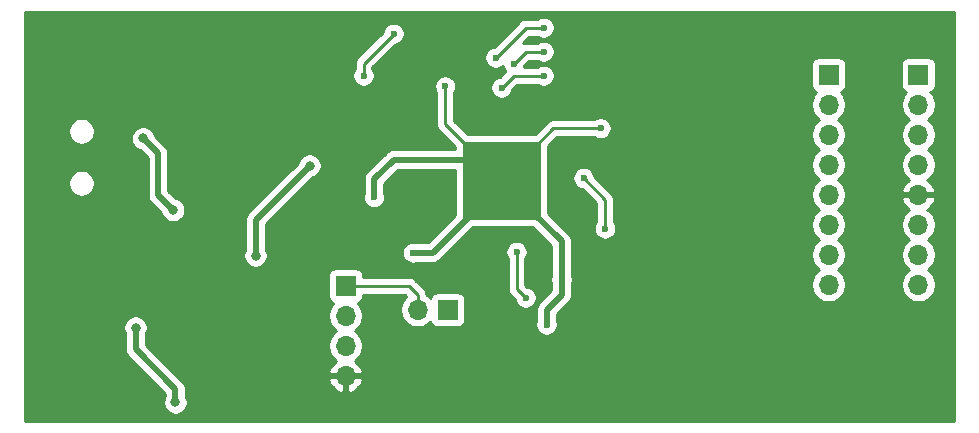
<source format=gbr>
%TF.GenerationSoftware,KiCad,Pcbnew,(5.1.6)-1*%
%TF.CreationDate,2020-09-08T21:42:59+03:00*%
%TF.ProjectId,freepdk,66726565-7064-46b2-9e6b-696361645f70,3*%
%TF.SameCoordinates,PX3c51298PY447eab0*%
%TF.FileFunction,Copper,L2,Bot*%
%TF.FilePolarity,Positive*%
%FSLAX46Y46*%
G04 Gerber Fmt 4.6, Leading zero omitted, Abs format (unit mm)*
G04 Created by KiCad (PCBNEW (5.1.6)-1) date 2020-09-08 21:42:59*
%MOMM*%
%LPD*%
G01*
G04 APERTURE LIST*
%TA.AperFunction,ComponentPad*%
%ADD10O,1.700000X1.700000*%
%TD*%
%TA.AperFunction,ComponentPad*%
%ADD11R,1.700000X1.700000*%
%TD*%
%TA.AperFunction,ViaPad*%
%ADD12C,0.600000*%
%TD*%
%TA.AperFunction,ViaPad*%
%ADD13C,0.800000*%
%TD*%
%TA.AperFunction,Conductor*%
%ADD14C,0.250000*%
%TD*%
%TA.AperFunction,Conductor*%
%ADD15C,0.500000*%
%TD*%
%TA.AperFunction,Conductor*%
%ADD16C,0.254000*%
%TD*%
G04 APERTURE END LIST*
D10*
%TO.P,J4,8*%
%TO.N,Net-(J4-Pad8)*%
X76316000Y12220000D03*
%TO.P,J4,7*%
%TO.N,Net-(J4-Pad7)*%
X76316000Y14760000D03*
%TO.P,J4,6*%
%TO.N,Net-(J4-Pad6)*%
X76316000Y17300000D03*
%TO.P,J4,5*%
%TO.N,GND*%
X76316000Y19840000D03*
%TO.P,J4,4*%
%TO.N,Net-(J4-Pad4)*%
X76316000Y22380000D03*
%TO.P,J4,3*%
%TO.N,Net-(J4-Pad3)*%
X76316000Y24920000D03*
%TO.P,J4,2*%
%TO.N,Net-(J4-Pad2)*%
X76316000Y27460000D03*
D11*
%TO.P,J4,1*%
%TO.N,Net-(J4-Pad1)*%
X76316000Y30000000D03*
%TD*%
D10*
%TO.P,J3,8*%
%TO.N,/PROG_VPP_PA5*%
X68706000Y12220000D03*
%TO.P,J3,7*%
%TO.N,Net-(J3-Pad7)*%
X68706000Y14760000D03*
%TO.P,J3,6*%
%TO.N,Net-(J3-Pad6)*%
X68706000Y17300000D03*
%TO.P,J3,5*%
%TO.N,/PROG_VDD*%
X68706000Y19840000D03*
%TO.P,J3,4*%
%TO.N,Net-(J3-Pad4)*%
X68706000Y22380000D03*
%TO.P,J3,3*%
%TO.N,Net-(J3-Pad3)*%
X68706000Y24920000D03*
%TO.P,J3,2*%
%TO.N,Net-(J3-Pad2)*%
X68706000Y27460000D03*
D11*
%TO.P,J3,1*%
%TO.N,Net-(J3-Pad1)*%
X68706000Y30000000D03*
%TD*%
D10*
%TO.P,J5,2*%
%TO.N,+3V3*%
X33908000Y10100000D03*
D11*
%TO.P,J5,1*%
%TO.N,/BOOT_SW*%
X36448000Y10100000D03*
%TD*%
D10*
%TO.P,J2,4*%
%TO.N,GND*%
X27812000Y4512000D03*
%TO.P,J2,3*%
%TO.N,/SWD_CLK*%
X27812000Y7052000D03*
%TO.P,J2,2*%
%TO.N,/SWD_IO*%
X27812000Y9592000D03*
D11*
%TO.P,J2,1*%
%TO.N,+3V3*%
X27812000Y12132000D03*
%TD*%
D12*
%TO.N,GND*%
X15239000Y8195000D03*
X12870000Y6440000D03*
X12064000Y9465000D03*
D13*
X57784000Y18037500D03*
X57720500Y20831500D03*
X31939500Y17720000D03*
D12*
X54164500Y28451500D03*
X53148500Y32198000D03*
X39623000Y30420000D03*
D13*
X17144000Y24832000D03*
X18415000Y16510000D03*
X26124194Y18900010D03*
X76072000Y33976000D03*
X70484000Y33976000D03*
X65404000Y33976000D03*
X72516000Y24324000D03*
X72516000Y30420000D03*
X65404000Y27880000D03*
X65278000Y23368000D03*
X72262000Y1718000D03*
X56006000Y13148000D03*
X60324000Y12640000D03*
X59308000Y8576000D03*
X62356000Y11116000D03*
X61976000Y6604000D03*
X64388000Y8576000D03*
X44958000Y27178000D03*
X51816000Y28388000D03*
X15494000Y13208000D03*
X2412000Y34290000D03*
X12954000Y34290000D03*
X7874000Y34290000D03*
X15240000Y32004000D03*
X16510000Y33782000D03*
X32765000Y6290000D03*
X31495000Y2480000D03*
X37846000Y1778000D03*
X24510000Y13275000D03*
X24510000Y3115000D03*
X35305000Y12640000D03*
X67055000Y10735000D03*
X57912000Y5655000D03*
X30352000Y33722000D03*
X22352000Y33274000D03*
X6604000Y13910000D03*
X6604000Y9592000D03*
X1650000Y2480000D03*
X1650000Y7560000D03*
X25145000Y8322000D03*
X34670000Y24705000D03*
X46862000Y24324000D03*
X44830000Y15434000D03*
X59562000Y26610000D03*
X66420000Y18228000D03*
X66420000Y13910000D03*
X62356000Y15180000D03*
X62356000Y18482000D03*
X11810000Y13148000D03*
X34924000Y21276000D03*
X34670000Y29912000D03*
D12*
X41020000Y30420000D03*
X44068000Y30928000D03*
X51688000Y30674000D03*
X43560000Y32960000D03*
X48640000Y32960000D03*
X48132000Y30928000D03*
X50164000Y20514000D03*
X51434000Y23562000D03*
X54482000Y19244000D03*
D13*
X57404000Y11684000D03*
D12*
X52350000Y20520000D03*
X8780000Y7270000D03*
X43560000Y5782000D03*
X37972000Y11878000D03*
X37972000Y8068000D03*
X44322000Y11116000D03*
X46608000Y17466000D03*
X47624000Y13148000D03*
D13*
X15494000Y23876000D03*
X19176000Y22800000D03*
X26288000Y22292000D03*
X25780000Y25594000D03*
X22986000Y28896000D03*
X22478000Y22038000D03*
X32638000Y8068000D03*
X76707000Y9338000D03*
X76834000Y2734000D03*
X78612000Y26864000D03*
X78612000Y14926000D03*
X44957000Y1210000D03*
X61340000Y1210000D03*
X62992000Y22606000D03*
X62610000Y31817000D03*
X32130000Y15053000D03*
X29717000Y9211000D03*
X21732000Y16466000D03*
X10668000Y20320000D03*
X10414000Y18542000D03*
X2655065Y20988625D03*
X2648020Y25187963D03*
X10447798Y27435596D03*
X9652000Y30988000D03*
D12*
X11624000Y7560000D03*
X18796000Y11176000D03*
X21082000Y11176000D03*
D13*
X5334000Y17272000D03*
X8283665Y2194145D03*
D12*
X16256000Y5588000D03*
X15240000Y10160000D03*
D13*
X5140000Y2200000D03*
D12*
X16880000Y7460000D03*
X14350000Y7210000D03*
X37270000Y26290000D03*
X13462000Y22352000D03*
X11684000Y25908000D03*
D13*
X5334000Y28702000D03*
X18542000Y14478000D03*
X14097000Y16256000D03*
D12*
X18542000Y7366000D03*
X21082000Y7112000D03*
X18542000Y19558000D03*
D13*
X2540000Y30480000D03*
X1650000Y15180000D03*
D12*
%TO.N,+3V3*%
X49402000Y25467000D03*
X36257500Y29023000D03*
X33527000Y14926000D03*
X46100000Y12640000D03*
X44830000Y8830000D03*
X30225000Y19625000D03*
%TO.N,/NRST*%
X49783000Y16958000D03*
X47963637Y21243263D03*
D13*
%TO.N,Net-(C14-Pad1)*%
X20192000Y14672000D03*
X24764000Y22292000D03*
D12*
%TO.N,/PROG_VPP_PA5*%
X40512000Y31436000D03*
X44576000Y33976000D03*
D13*
%TO.N,Net-(R3-Pad2)*%
X10032000Y8576000D03*
X13403215Y2247597D03*
D12*
%TO.N,/DAC_VPP*%
X29336000Y29912000D03*
X31876000Y33468000D03*
%TO.N,/FEEDBACK_VDD*%
X41020000Y28896000D03*
X44576000Y29912000D03*
%TO.N,/FEEDBACK_VPP*%
X42036000Y30928000D03*
X44576000Y31944000D03*
%TO.N,Net-(R1-Pad1)*%
X42290000Y14989500D03*
X43052000Y11116000D03*
D13*
%TO.N,Net-(F1-Pad2)*%
X10668000Y24600000D03*
X13208000Y18542000D03*
%TD*%
D14*
%TO.N,+3V3*%
X49402000Y25467000D02*
X45401500Y25467000D01*
X45401500Y25467000D02*
X44004500Y24070000D01*
X36257500Y29023000D02*
X36257500Y25784500D01*
X36257500Y25784500D02*
X37972000Y24070000D01*
X44766500Y17212000D02*
X44639500Y17339000D01*
X44639500Y17339000D02*
X43623500Y18355000D01*
D15*
X33527000Y14926000D02*
X35178000Y14926000D01*
X35178000Y14926000D02*
X38480000Y18228000D01*
D14*
X33146000Y12132000D02*
X33908000Y11370000D01*
X27812000Y12132000D02*
X33146000Y12132000D01*
X33908000Y11370000D02*
X33908000Y10100000D01*
D15*
X30225000Y19625000D02*
X30225000Y21149000D01*
X30225000Y21149000D02*
X31876000Y22800000D01*
X31876000Y22800000D02*
X38480000Y22800000D01*
X46100000Y15878500D02*
X43623500Y18355000D01*
X46100000Y12640000D02*
X46100000Y15878500D01*
X44830000Y8830000D02*
X44830000Y10100000D01*
X46100000Y11370000D02*
X46100000Y12640000D01*
X44830000Y10100000D02*
X46100000Y11370000D01*
D14*
%TO.N,/NRST*%
X49783000Y16958000D02*
X49783000Y19423900D01*
X49783000Y19423900D02*
X47963637Y21243263D01*
D15*
%TO.N,Net-(C14-Pad1)*%
X20192000Y14672000D02*
X20192000Y17720000D01*
X20192000Y17720000D02*
X24764000Y22292000D01*
D14*
%TO.N,/PROG_VPP_PA5*%
X43052000Y33976000D02*
X40512000Y31436000D01*
X44576000Y33976000D02*
X43052000Y33976000D01*
D15*
%TO.N,Net-(R3-Pad2)*%
X10032000Y8576000D02*
X10032000Y6732000D01*
X10032000Y6732000D02*
X13403215Y3360785D01*
X13403215Y3360785D02*
X13403215Y2247597D01*
D14*
%TO.N,/DAC_VPP*%
X31876000Y33468000D02*
X29336000Y30928000D01*
X29336000Y30928000D02*
X29336000Y29912000D01*
%TO.N,/FEEDBACK_VDD*%
X44576000Y29912000D02*
X42036000Y29912000D01*
X42036000Y29912000D02*
X41020000Y28896000D01*
%TO.N,/FEEDBACK_VPP*%
X43052000Y31944000D02*
X42036000Y30928000D01*
X44576000Y31944000D02*
X43052000Y31944000D01*
%TO.N,Net-(R1-Pad1)*%
X42290000Y14989500D02*
X42290000Y11878000D01*
X42290000Y11878000D02*
X43052000Y11116000D01*
D15*
%TO.N,Net-(F1-Pad2)*%
X10668000Y24600000D02*
X11938000Y23330000D01*
X11938000Y23330000D02*
X11938000Y19812000D01*
X11938000Y19812000D02*
X13208000Y18542000D01*
X13208000Y18542000D02*
X13208000Y18542000D01*
%TD*%
D16*
%TO.N,GND*%
G36*
X79340000Y660000D02*
G01*
X660000Y660000D01*
X660000Y8677939D01*
X8997000Y8677939D01*
X8997000Y8474061D01*
X9036774Y8274102D01*
X9114795Y8085744D01*
X9147000Y8037545D01*
X9147001Y6775479D01*
X9142719Y6732000D01*
X9159805Y6558510D01*
X9210412Y6391687D01*
X9292590Y6237941D01*
X9375468Y6136954D01*
X9375471Y6136951D01*
X9403184Y6103183D01*
X9436951Y6075471D01*
X12518215Y2994206D01*
X12518216Y2786052D01*
X12486010Y2737853D01*
X12407989Y2549495D01*
X12368215Y2349536D01*
X12368215Y2145658D01*
X12407989Y1945699D01*
X12486010Y1757341D01*
X12599278Y1587823D01*
X12743441Y1443660D01*
X12912959Y1330392D01*
X13101317Y1252371D01*
X13301276Y1212597D01*
X13505154Y1212597D01*
X13705113Y1252371D01*
X13893471Y1330392D01*
X14062989Y1443660D01*
X14207152Y1587823D01*
X14320420Y1757341D01*
X14398441Y1945699D01*
X14438215Y2145658D01*
X14438215Y2349536D01*
X14398441Y2549495D01*
X14320420Y2737853D01*
X14288215Y2786051D01*
X14288215Y3317316D01*
X14292496Y3360785D01*
X14288215Y3404254D01*
X14288215Y3404262D01*
X14275410Y3534275D01*
X14224804Y3701098D01*
X14142626Y3854844D01*
X14032032Y3989602D01*
X13998265Y4017314D01*
X13860469Y4155110D01*
X26370524Y4155110D01*
X26415175Y4007901D01*
X26540359Y3745080D01*
X26714412Y3511731D01*
X26930645Y3316822D01*
X27180748Y3167843D01*
X27455109Y3070519D01*
X27685000Y3191186D01*
X27685000Y4385000D01*
X27939000Y4385000D01*
X27939000Y3191186D01*
X28168891Y3070519D01*
X28443252Y3167843D01*
X28693355Y3316822D01*
X28909588Y3511731D01*
X29083641Y3745080D01*
X29208825Y4007901D01*
X29253476Y4155110D01*
X29132155Y4385000D01*
X27939000Y4385000D01*
X27685000Y4385000D01*
X26491845Y4385000D01*
X26370524Y4155110D01*
X13860469Y4155110D01*
X10917000Y7098578D01*
X10917000Y8037546D01*
X10949205Y8085744D01*
X11027226Y8274102D01*
X11067000Y8474061D01*
X11067000Y8677939D01*
X11027226Y8877898D01*
X10949205Y9066256D01*
X10835937Y9235774D01*
X10691774Y9379937D01*
X10522256Y9493205D01*
X10333898Y9571226D01*
X10133939Y9611000D01*
X9930061Y9611000D01*
X9730102Y9571226D01*
X9541744Y9493205D01*
X9372226Y9379937D01*
X9228063Y9235774D01*
X9114795Y9066256D01*
X9036774Y8877898D01*
X8997000Y8677939D01*
X660000Y8677939D01*
X660000Y12982000D01*
X26323928Y12982000D01*
X26323928Y11282000D01*
X26336188Y11157518D01*
X26372498Y11037820D01*
X26431463Y10927506D01*
X26510815Y10830815D01*
X26607506Y10751463D01*
X26717820Y10692498D01*
X26790380Y10670487D01*
X26658525Y10538632D01*
X26496010Y10295411D01*
X26384068Y10025158D01*
X26327000Y9738260D01*
X26327000Y9445740D01*
X26384068Y9158842D01*
X26496010Y8888589D01*
X26658525Y8645368D01*
X26865368Y8438525D01*
X27039760Y8322000D01*
X26865368Y8205475D01*
X26658525Y7998632D01*
X26496010Y7755411D01*
X26384068Y7485158D01*
X26327000Y7198260D01*
X26327000Y6905740D01*
X26384068Y6618842D01*
X26496010Y6348589D01*
X26658525Y6105368D01*
X26865368Y5898525D01*
X27047534Y5776805D01*
X26930645Y5707178D01*
X26714412Y5512269D01*
X26540359Y5278920D01*
X26415175Y5016099D01*
X26370524Y4868890D01*
X26491845Y4639000D01*
X27685000Y4639000D01*
X27685000Y4659000D01*
X27939000Y4659000D01*
X27939000Y4639000D01*
X29132155Y4639000D01*
X29253476Y4868890D01*
X29208825Y5016099D01*
X29083641Y5278920D01*
X28909588Y5512269D01*
X28693355Y5707178D01*
X28576466Y5776805D01*
X28758632Y5898525D01*
X28965475Y6105368D01*
X29127990Y6348589D01*
X29239932Y6618842D01*
X29297000Y6905740D01*
X29297000Y7198260D01*
X29239932Y7485158D01*
X29127990Y7755411D01*
X28965475Y7998632D01*
X28758632Y8205475D01*
X28584240Y8322000D01*
X28758632Y8438525D01*
X28965475Y8645368D01*
X29127990Y8888589D01*
X29239932Y9158842D01*
X29297000Y9445740D01*
X29297000Y9738260D01*
X29239932Y10025158D01*
X29127990Y10295411D01*
X28965475Y10538632D01*
X28833620Y10670487D01*
X28906180Y10692498D01*
X29016494Y10751463D01*
X29113185Y10830815D01*
X29192537Y10927506D01*
X29251502Y11037820D01*
X29287812Y11157518D01*
X29300072Y11282000D01*
X29300072Y11372000D01*
X32831199Y11372000D01*
X32955546Y11247653D01*
X32754525Y11046632D01*
X32592010Y10803411D01*
X32480068Y10533158D01*
X32423000Y10246260D01*
X32423000Y9953740D01*
X32480068Y9666842D01*
X32592010Y9396589D01*
X32754525Y9153368D01*
X32961368Y8946525D01*
X33204589Y8784010D01*
X33474842Y8672068D01*
X33761740Y8615000D01*
X34054260Y8615000D01*
X34341158Y8672068D01*
X34611411Y8784010D01*
X34854632Y8946525D01*
X34986487Y9078380D01*
X35008498Y9005820D01*
X35067463Y8895506D01*
X35146815Y8798815D01*
X35243506Y8719463D01*
X35353820Y8660498D01*
X35473518Y8624188D01*
X35598000Y8611928D01*
X37298000Y8611928D01*
X37422482Y8624188D01*
X37542180Y8660498D01*
X37652494Y8719463D01*
X37749185Y8798815D01*
X37828537Y8895506D01*
X37887502Y9005820D01*
X37923812Y9125518D01*
X37936072Y9250000D01*
X37936072Y10950000D01*
X37923812Y11074482D01*
X37887502Y11194180D01*
X37828537Y11304494D01*
X37749185Y11401185D01*
X37652494Y11480537D01*
X37542180Y11539502D01*
X37422482Y11575812D01*
X37298000Y11588072D01*
X35598000Y11588072D01*
X35473518Y11575812D01*
X35353820Y11539502D01*
X35243506Y11480537D01*
X35146815Y11401185D01*
X35067463Y11304494D01*
X35008498Y11194180D01*
X34986487Y11121620D01*
X34854632Y11253475D01*
X34671073Y11376125D01*
X34668000Y11407325D01*
X34668000Y11407333D01*
X34657003Y11518986D01*
X34613546Y11662247D01*
X34542974Y11794276D01*
X34448001Y11910001D01*
X34419004Y11933798D01*
X33709803Y12642998D01*
X33686001Y12672001D01*
X33570276Y12766974D01*
X33438247Y12837546D01*
X33294986Y12881003D01*
X33183333Y12892000D01*
X33183322Y12892000D01*
X33146000Y12895676D01*
X33108678Y12892000D01*
X29300072Y12892000D01*
X29300072Y12982000D01*
X29287812Y13106482D01*
X29251502Y13226180D01*
X29192537Y13336494D01*
X29113185Y13433185D01*
X29016494Y13512537D01*
X28906180Y13571502D01*
X28786482Y13607812D01*
X28662000Y13620072D01*
X26962000Y13620072D01*
X26837518Y13607812D01*
X26717820Y13571502D01*
X26607506Y13512537D01*
X26510815Y13433185D01*
X26431463Y13336494D01*
X26372498Y13226180D01*
X26336188Y13106482D01*
X26323928Y12982000D01*
X660000Y12982000D01*
X660000Y14773939D01*
X19157000Y14773939D01*
X19157000Y14570061D01*
X19196774Y14370102D01*
X19274795Y14181744D01*
X19388063Y14012226D01*
X19532226Y13868063D01*
X19701744Y13754795D01*
X19890102Y13676774D01*
X20090061Y13637000D01*
X20293939Y13637000D01*
X20493898Y13676774D01*
X20682256Y13754795D01*
X20851774Y13868063D01*
X20995937Y14012226D01*
X21109205Y14181744D01*
X21187226Y14370102D01*
X21227000Y14570061D01*
X21227000Y14773939D01*
X21187226Y14973898D01*
X21109205Y15162256D01*
X21077000Y15210454D01*
X21077000Y17353422D01*
X23440667Y19717089D01*
X29290000Y19717089D01*
X29290000Y19532911D01*
X29325932Y19352271D01*
X29396414Y19182111D01*
X29498738Y19028972D01*
X29628972Y18898738D01*
X29782111Y18796414D01*
X29952271Y18725932D01*
X30132911Y18690000D01*
X30317089Y18690000D01*
X30497729Y18725932D01*
X30667889Y18796414D01*
X30821028Y18898738D01*
X30951262Y19028972D01*
X31053586Y19182111D01*
X31124068Y19352271D01*
X31160000Y19532911D01*
X31160000Y19717089D01*
X31124068Y19897729D01*
X31110000Y19931692D01*
X31110000Y20782422D01*
X32242579Y21915000D01*
X37083000Y21915000D01*
X37083000Y18082579D01*
X34811422Y15811000D01*
X33833692Y15811000D01*
X33799729Y15825068D01*
X33619089Y15861000D01*
X33434911Y15861000D01*
X33254271Y15825068D01*
X33084111Y15754586D01*
X32930972Y15652262D01*
X32800738Y15522028D01*
X32698414Y15368889D01*
X32627932Y15198729D01*
X32592000Y15018089D01*
X32592000Y14833911D01*
X32627932Y14653271D01*
X32698414Y14483111D01*
X32800738Y14329972D01*
X32930972Y14199738D01*
X33084111Y14097414D01*
X33254271Y14026932D01*
X33434911Y13991000D01*
X33619089Y13991000D01*
X33799729Y14026932D01*
X33833692Y14041000D01*
X35134531Y14041000D01*
X35178000Y14036719D01*
X35221469Y14041000D01*
X35221477Y14041000D01*
X35351490Y14053805D01*
X35518313Y14104411D01*
X35672059Y14186589D01*
X35806817Y14297183D01*
X35834534Y14330956D01*
X36585167Y15081589D01*
X41355000Y15081589D01*
X41355000Y14897411D01*
X41390932Y14716771D01*
X41461414Y14546611D01*
X41530000Y14443964D01*
X41530001Y11915332D01*
X41526324Y11878000D01*
X41530001Y11840667D01*
X41540998Y11729014D01*
X41554180Y11685558D01*
X41584454Y11585754D01*
X41655026Y11453724D01*
X41708367Y11388729D01*
X41750000Y11337999D01*
X41778998Y11314201D01*
X42128847Y10964351D01*
X42152932Y10843271D01*
X42223414Y10673111D01*
X42325738Y10519972D01*
X42455972Y10389738D01*
X42609111Y10287414D01*
X42779271Y10216932D01*
X42959911Y10181000D01*
X43144089Y10181000D01*
X43324729Y10216932D01*
X43494889Y10287414D01*
X43648028Y10389738D01*
X43778262Y10519972D01*
X43880586Y10673111D01*
X43951068Y10843271D01*
X43987000Y11023911D01*
X43987000Y11208089D01*
X43951068Y11388729D01*
X43880586Y11558889D01*
X43778262Y11712028D01*
X43648028Y11842262D01*
X43494889Y11944586D01*
X43324729Y12015068D01*
X43203649Y12039153D01*
X43050000Y12192801D01*
X43050000Y14443965D01*
X43118586Y14546611D01*
X43189068Y14716771D01*
X43225000Y14897411D01*
X43225000Y15081589D01*
X43189068Y15262229D01*
X43118586Y15432389D01*
X43016262Y15585528D01*
X42886028Y15715762D01*
X42732889Y15818086D01*
X42562729Y15888568D01*
X42382089Y15924500D01*
X42197911Y15924500D01*
X42017271Y15888568D01*
X41847111Y15818086D01*
X41693972Y15715762D01*
X41563738Y15585528D01*
X41461414Y15432389D01*
X41390932Y15262229D01*
X41355000Y15081589D01*
X36585167Y15081589D01*
X38588579Y17085000D01*
X43641922Y17085000D01*
X45215001Y15511920D01*
X45215000Y12946693D01*
X45200932Y12912729D01*
X45165000Y12732089D01*
X45165000Y12547911D01*
X45200932Y12367271D01*
X45215001Y12333306D01*
X45215000Y11736579D01*
X44234951Y10756529D01*
X44201184Y10728817D01*
X44173471Y10695049D01*
X44173468Y10695046D01*
X44090590Y10594059D01*
X44008412Y10440313D01*
X43957805Y10273490D01*
X43940719Y10100000D01*
X43945001Y10056522D01*
X43945000Y9136693D01*
X43930932Y9102729D01*
X43895000Y8922089D01*
X43895000Y8737911D01*
X43930932Y8557271D01*
X44001414Y8387111D01*
X44103738Y8233972D01*
X44233972Y8103738D01*
X44387111Y8001414D01*
X44557271Y7930932D01*
X44737911Y7895000D01*
X44922089Y7895000D01*
X45102729Y7930932D01*
X45272889Y8001414D01*
X45426028Y8103738D01*
X45556262Y8233972D01*
X45658586Y8387111D01*
X45729068Y8557271D01*
X45765000Y8737911D01*
X45765000Y8922089D01*
X45729068Y9102729D01*
X45715000Y9136692D01*
X45715000Y9733422D01*
X46695050Y10713471D01*
X46728817Y10741183D01*
X46782177Y10806201D01*
X46839410Y10875940D01*
X46839411Y10875941D01*
X46921589Y11029687D01*
X46972195Y11196510D01*
X46985000Y11326523D01*
X46985000Y11326533D01*
X46989281Y11369999D01*
X46985000Y11413465D01*
X46985000Y12333308D01*
X46999068Y12367271D01*
X47035000Y12547911D01*
X47035000Y12732089D01*
X46999068Y12912729D01*
X46985000Y12946692D01*
X46985000Y15835031D01*
X46989281Y15878500D01*
X46985000Y15921969D01*
X46985000Y15921977D01*
X46972195Y16051990D01*
X46921589Y16218813D01*
X46839411Y16372559D01*
X46728817Y16507317D01*
X46695049Y16535030D01*
X44957000Y18273078D01*
X44957000Y21335352D01*
X47028637Y21335352D01*
X47028637Y21151174D01*
X47064569Y20970534D01*
X47135051Y20800374D01*
X47237375Y20647235D01*
X47367609Y20517001D01*
X47520748Y20414677D01*
X47690908Y20344195D01*
X47811989Y20320110D01*
X49023001Y19109097D01*
X49023000Y17503536D01*
X48954414Y17400889D01*
X48883932Y17230729D01*
X48848000Y17050089D01*
X48848000Y16865911D01*
X48883932Y16685271D01*
X48954414Y16515111D01*
X49056738Y16361972D01*
X49186972Y16231738D01*
X49340111Y16129414D01*
X49510271Y16058932D01*
X49690911Y16023000D01*
X49875089Y16023000D01*
X50055729Y16058932D01*
X50225889Y16129414D01*
X50379028Y16231738D01*
X50509262Y16361972D01*
X50611586Y16515111D01*
X50682068Y16685271D01*
X50718000Y16865911D01*
X50718000Y17050089D01*
X50682068Y17230729D01*
X50611586Y17400889D01*
X50543000Y17503535D01*
X50543000Y19386577D01*
X50546676Y19423900D01*
X50543000Y19461223D01*
X50543000Y19461233D01*
X50532003Y19572886D01*
X50488546Y19716147D01*
X50417974Y19848176D01*
X50323001Y19963901D01*
X50294003Y19987699D01*
X48886790Y21394911D01*
X48862705Y21515992D01*
X48792223Y21686152D01*
X48689899Y21839291D01*
X48559665Y21969525D01*
X48406526Y22071849D01*
X48236366Y22142331D01*
X48055726Y22178263D01*
X47871548Y22178263D01*
X47690908Y22142331D01*
X47520748Y22071849D01*
X47367609Y21969525D01*
X47237375Y21839291D01*
X47135051Y21686152D01*
X47064569Y21515992D01*
X47028637Y21335352D01*
X44957000Y21335352D01*
X44957000Y23947699D01*
X45716302Y24707000D01*
X48856465Y24707000D01*
X48959111Y24638414D01*
X49129271Y24567932D01*
X49309911Y24532000D01*
X49494089Y24532000D01*
X49674729Y24567932D01*
X49844889Y24638414D01*
X49998028Y24740738D01*
X50128262Y24870972D01*
X50230586Y25024111D01*
X50301068Y25194271D01*
X50337000Y25374911D01*
X50337000Y25559089D01*
X50301068Y25739729D01*
X50230586Y25909889D01*
X50128262Y26063028D01*
X49998028Y26193262D01*
X49844889Y26295586D01*
X49674729Y26366068D01*
X49494089Y26402000D01*
X49309911Y26402000D01*
X49129271Y26366068D01*
X48959111Y26295586D01*
X48856465Y26227000D01*
X45438822Y26227000D01*
X45401499Y26230676D01*
X45364176Y26227000D01*
X45364167Y26227000D01*
X45252514Y26216003D01*
X45109253Y26172546D01*
X44977224Y26101974D01*
X44861499Y26007001D01*
X44837701Y25978003D01*
X43818699Y24959000D01*
X38157802Y24959000D01*
X37017500Y26099301D01*
X37017500Y28477465D01*
X37086086Y28580111D01*
X37156568Y28750271D01*
X37192500Y28930911D01*
X37192500Y29115089D01*
X37156568Y29295729D01*
X37086086Y29465889D01*
X36983762Y29619028D01*
X36853528Y29749262D01*
X36700389Y29851586D01*
X36530229Y29922068D01*
X36349589Y29958000D01*
X36165411Y29958000D01*
X35984771Y29922068D01*
X35814611Y29851586D01*
X35661472Y29749262D01*
X35531238Y29619028D01*
X35428914Y29465889D01*
X35358432Y29295729D01*
X35322500Y29115089D01*
X35322500Y28930911D01*
X35358432Y28750271D01*
X35428914Y28580111D01*
X35497500Y28477464D01*
X35497501Y25821832D01*
X35493824Y25784500D01*
X35497501Y25747167D01*
X35508498Y25635514D01*
X35514422Y25615986D01*
X35551954Y25492254D01*
X35622526Y25360224D01*
X35662277Y25311788D01*
X35717500Y25244499D01*
X35746498Y25220701D01*
X37083000Y23884198D01*
X37083000Y23685000D01*
X31919469Y23685000D01*
X31876000Y23689281D01*
X31832531Y23685000D01*
X31832523Y23685000D01*
X31702510Y23672195D01*
X31535686Y23621589D01*
X31381941Y23539411D01*
X31280953Y23456532D01*
X31280951Y23456530D01*
X31247183Y23428817D01*
X31219470Y23395049D01*
X29629951Y21805529D01*
X29596184Y21777817D01*
X29568471Y21744049D01*
X29568468Y21744046D01*
X29485590Y21643059D01*
X29403412Y21489313D01*
X29352805Y21322490D01*
X29335719Y21149000D01*
X29340001Y21105521D01*
X29340000Y19931693D01*
X29325932Y19897729D01*
X29290000Y19717089D01*
X23440667Y19717089D01*
X25009044Y21285465D01*
X25065898Y21296774D01*
X25254256Y21374795D01*
X25423774Y21488063D01*
X25567937Y21632226D01*
X25681205Y21801744D01*
X25759226Y21990102D01*
X25799000Y22190061D01*
X25799000Y22393939D01*
X25759226Y22593898D01*
X25681205Y22782256D01*
X25567937Y22951774D01*
X25423774Y23095937D01*
X25254256Y23209205D01*
X25065898Y23287226D01*
X24865939Y23327000D01*
X24662061Y23327000D01*
X24462102Y23287226D01*
X24273744Y23209205D01*
X24104226Y23095937D01*
X23960063Y22951774D01*
X23846795Y22782256D01*
X23768774Y22593898D01*
X23757465Y22537044D01*
X19596952Y18376530D01*
X19563184Y18348817D01*
X19535471Y18315049D01*
X19535468Y18315046D01*
X19452590Y18214059D01*
X19370412Y18060313D01*
X19319805Y17893490D01*
X19302719Y17720000D01*
X19307001Y17676521D01*
X19307000Y15210455D01*
X19274795Y15162256D01*
X19196774Y14973898D01*
X19157000Y14773939D01*
X660000Y14773939D01*
X660000Y20911788D01*
X4325000Y20911788D01*
X4325000Y20688212D01*
X4368617Y20468933D01*
X4454176Y20262376D01*
X4578388Y20076480D01*
X4736480Y19918388D01*
X4922376Y19794176D01*
X5128933Y19708617D01*
X5348212Y19665000D01*
X5571788Y19665000D01*
X5791067Y19708617D01*
X5997624Y19794176D01*
X6183520Y19918388D01*
X6341612Y20076480D01*
X6465824Y20262376D01*
X6551383Y20468933D01*
X6595000Y20688212D01*
X6595000Y20911788D01*
X6551383Y21131067D01*
X6465824Y21337624D01*
X6341612Y21523520D01*
X6183520Y21681612D01*
X5997624Y21805824D01*
X5791067Y21891383D01*
X5571788Y21935000D01*
X5348212Y21935000D01*
X5128933Y21891383D01*
X4922376Y21805824D01*
X4736480Y21681612D01*
X4578388Y21523520D01*
X4454176Y21337624D01*
X4368617Y21131067D01*
X4325000Y20911788D01*
X660000Y20911788D01*
X660000Y25311788D01*
X4325000Y25311788D01*
X4325000Y25088212D01*
X4368617Y24868933D01*
X4454176Y24662376D01*
X4578388Y24476480D01*
X4736480Y24318388D01*
X4922376Y24194176D01*
X5128933Y24108617D01*
X5348212Y24065000D01*
X5571788Y24065000D01*
X5791067Y24108617D01*
X5997624Y24194176D01*
X6183520Y24318388D01*
X6341612Y24476480D01*
X6465824Y24662376D01*
X6482211Y24701939D01*
X9633000Y24701939D01*
X9633000Y24498061D01*
X9672774Y24298102D01*
X9750795Y24109744D01*
X9864063Y23940226D01*
X10008226Y23796063D01*
X10177744Y23682795D01*
X10366102Y23604774D01*
X10422957Y23593465D01*
X11053000Y22963421D01*
X11053001Y19855479D01*
X11048719Y19812000D01*
X11065805Y19638510D01*
X11116412Y19471687D01*
X11198590Y19317941D01*
X11281468Y19216954D01*
X11281471Y19216951D01*
X11309184Y19183183D01*
X11342951Y19155471D01*
X12201465Y18296956D01*
X12212774Y18240102D01*
X12290795Y18051744D01*
X12404063Y17882226D01*
X12548226Y17738063D01*
X12717744Y17624795D01*
X12906102Y17546774D01*
X13106061Y17507000D01*
X13309939Y17507000D01*
X13509898Y17546774D01*
X13698256Y17624795D01*
X13867774Y17738063D01*
X14011937Y17882226D01*
X14125205Y18051744D01*
X14203226Y18240102D01*
X14243000Y18440061D01*
X14243000Y18643939D01*
X14203226Y18843898D01*
X14125205Y19032256D01*
X14011937Y19201774D01*
X13867774Y19345937D01*
X13698256Y19459205D01*
X13509898Y19537226D01*
X13453044Y19548535D01*
X12823000Y20178578D01*
X12823000Y23286535D01*
X12827281Y23330001D01*
X12823000Y23373467D01*
X12823000Y23373477D01*
X12810195Y23503490D01*
X12759589Y23670313D01*
X12677411Y23824059D01*
X12566817Y23958817D01*
X12533050Y23986529D01*
X11674535Y24845043D01*
X11663226Y24901898D01*
X11585205Y25090256D01*
X11471937Y25259774D01*
X11327774Y25403937D01*
X11158256Y25517205D01*
X10969898Y25595226D01*
X10769939Y25635000D01*
X10566061Y25635000D01*
X10366102Y25595226D01*
X10177744Y25517205D01*
X10008226Y25403937D01*
X9864063Y25259774D01*
X9750795Y25090256D01*
X9672774Y24901898D01*
X9633000Y24701939D01*
X6482211Y24701939D01*
X6551383Y24868933D01*
X6595000Y25088212D01*
X6595000Y25311788D01*
X6551383Y25531067D01*
X6465824Y25737624D01*
X6341612Y25923520D01*
X6183520Y26081612D01*
X5997624Y26205824D01*
X5791067Y26291383D01*
X5571788Y26335000D01*
X5348212Y26335000D01*
X5128933Y26291383D01*
X4922376Y26205824D01*
X4736480Y26081612D01*
X4578388Y25923520D01*
X4454176Y25737624D01*
X4368617Y25531067D01*
X4325000Y25311788D01*
X660000Y25311788D01*
X660000Y30004089D01*
X28401000Y30004089D01*
X28401000Y29819911D01*
X28436932Y29639271D01*
X28507414Y29469111D01*
X28609738Y29315972D01*
X28739972Y29185738D01*
X28893111Y29083414D01*
X29063271Y29012932D01*
X29243911Y28977000D01*
X29428089Y28977000D01*
X29608729Y29012932D01*
X29778889Y29083414D01*
X29932028Y29185738D01*
X30062262Y29315972D01*
X30164586Y29469111D01*
X30235068Y29639271D01*
X30271000Y29819911D01*
X30271000Y30004089D01*
X30235068Y30184729D01*
X30164586Y30354889D01*
X30096000Y30457535D01*
X30096000Y30613199D01*
X31010890Y31528089D01*
X39577000Y31528089D01*
X39577000Y31343911D01*
X39612932Y31163271D01*
X39683414Y30993111D01*
X39785738Y30839972D01*
X39915972Y30709738D01*
X40069111Y30607414D01*
X40239271Y30536932D01*
X40419911Y30501000D01*
X40604089Y30501000D01*
X40784729Y30536932D01*
X40954889Y30607414D01*
X41108028Y30709738D01*
X41123100Y30724810D01*
X41136932Y30655271D01*
X41207414Y30485111D01*
X41309738Y30331972D01*
X41345454Y30296256D01*
X40868351Y29819153D01*
X40747271Y29795068D01*
X40577111Y29724586D01*
X40423972Y29622262D01*
X40293738Y29492028D01*
X40191414Y29338889D01*
X40120932Y29168729D01*
X40085000Y28988089D01*
X40085000Y28803911D01*
X40120932Y28623271D01*
X40191414Y28453111D01*
X40293738Y28299972D01*
X40423972Y28169738D01*
X40577111Y28067414D01*
X40747271Y27996932D01*
X40927911Y27961000D01*
X41112089Y27961000D01*
X41292729Y27996932D01*
X41462889Y28067414D01*
X41616028Y28169738D01*
X41746262Y28299972D01*
X41848586Y28453111D01*
X41919068Y28623271D01*
X41943153Y28744351D01*
X42350802Y29152000D01*
X44030465Y29152000D01*
X44133111Y29083414D01*
X44303271Y29012932D01*
X44483911Y28977000D01*
X44668089Y28977000D01*
X44848729Y29012932D01*
X45018889Y29083414D01*
X45172028Y29185738D01*
X45302262Y29315972D01*
X45404586Y29469111D01*
X45475068Y29639271D01*
X45511000Y29819911D01*
X45511000Y30004089D01*
X45475068Y30184729D01*
X45404586Y30354889D01*
X45302262Y30508028D01*
X45172028Y30638262D01*
X45018889Y30740586D01*
X44848729Y30811068D01*
X44668089Y30847000D01*
X44483911Y30847000D01*
X44303271Y30811068D01*
X44133111Y30740586D01*
X44030465Y30672000D01*
X42938396Y30672000D01*
X42959153Y30776351D01*
X43032802Y30850000D01*
X67217928Y30850000D01*
X67217928Y29150000D01*
X67230188Y29025518D01*
X67266498Y28905820D01*
X67325463Y28795506D01*
X67404815Y28698815D01*
X67501506Y28619463D01*
X67611820Y28560498D01*
X67684380Y28538487D01*
X67552525Y28406632D01*
X67390010Y28163411D01*
X67278068Y27893158D01*
X67221000Y27606260D01*
X67221000Y27313740D01*
X67278068Y27026842D01*
X67390010Y26756589D01*
X67552525Y26513368D01*
X67759368Y26306525D01*
X67933760Y26190000D01*
X67759368Y26073475D01*
X67552525Y25866632D01*
X67390010Y25623411D01*
X67278068Y25353158D01*
X67221000Y25066260D01*
X67221000Y24773740D01*
X67278068Y24486842D01*
X67390010Y24216589D01*
X67552525Y23973368D01*
X67759368Y23766525D01*
X67933760Y23650000D01*
X67759368Y23533475D01*
X67552525Y23326632D01*
X67390010Y23083411D01*
X67278068Y22813158D01*
X67221000Y22526260D01*
X67221000Y22233740D01*
X67278068Y21946842D01*
X67390010Y21676589D01*
X67552525Y21433368D01*
X67759368Y21226525D01*
X67933760Y21110000D01*
X67759368Y20993475D01*
X67552525Y20786632D01*
X67390010Y20543411D01*
X67278068Y20273158D01*
X67221000Y19986260D01*
X67221000Y19693740D01*
X67278068Y19406842D01*
X67390010Y19136589D01*
X67552525Y18893368D01*
X67759368Y18686525D01*
X67933760Y18570000D01*
X67759368Y18453475D01*
X67552525Y18246632D01*
X67390010Y18003411D01*
X67278068Y17733158D01*
X67221000Y17446260D01*
X67221000Y17153740D01*
X67278068Y16866842D01*
X67390010Y16596589D01*
X67552525Y16353368D01*
X67759368Y16146525D01*
X67933760Y16030000D01*
X67759368Y15913475D01*
X67552525Y15706632D01*
X67390010Y15463411D01*
X67278068Y15193158D01*
X67221000Y14906260D01*
X67221000Y14613740D01*
X67278068Y14326842D01*
X67390010Y14056589D01*
X67552525Y13813368D01*
X67759368Y13606525D01*
X67933760Y13490000D01*
X67759368Y13373475D01*
X67552525Y13166632D01*
X67390010Y12923411D01*
X67278068Y12653158D01*
X67221000Y12366260D01*
X67221000Y12073740D01*
X67278068Y11786842D01*
X67390010Y11516589D01*
X67552525Y11273368D01*
X67759368Y11066525D01*
X68002589Y10904010D01*
X68272842Y10792068D01*
X68559740Y10735000D01*
X68852260Y10735000D01*
X69139158Y10792068D01*
X69409411Y10904010D01*
X69652632Y11066525D01*
X69859475Y11273368D01*
X70021990Y11516589D01*
X70133932Y11786842D01*
X70191000Y12073740D01*
X70191000Y12366260D01*
X70133932Y12653158D01*
X70021990Y12923411D01*
X69859475Y13166632D01*
X69652632Y13373475D01*
X69478240Y13490000D01*
X69652632Y13606525D01*
X69859475Y13813368D01*
X70021990Y14056589D01*
X70133932Y14326842D01*
X70191000Y14613740D01*
X70191000Y14906260D01*
X70133932Y15193158D01*
X70021990Y15463411D01*
X69859475Y15706632D01*
X69652632Y15913475D01*
X69478240Y16030000D01*
X69652632Y16146525D01*
X69859475Y16353368D01*
X70021990Y16596589D01*
X70133932Y16866842D01*
X70191000Y17153740D01*
X70191000Y17446260D01*
X74831000Y17446260D01*
X74831000Y17153740D01*
X74888068Y16866842D01*
X75000010Y16596589D01*
X75162525Y16353368D01*
X75369368Y16146525D01*
X75543760Y16030000D01*
X75369368Y15913475D01*
X75162525Y15706632D01*
X75000010Y15463411D01*
X74888068Y15193158D01*
X74831000Y14906260D01*
X74831000Y14613740D01*
X74888068Y14326842D01*
X75000010Y14056589D01*
X75162525Y13813368D01*
X75369368Y13606525D01*
X75543760Y13490000D01*
X75369368Y13373475D01*
X75162525Y13166632D01*
X75000010Y12923411D01*
X74888068Y12653158D01*
X74831000Y12366260D01*
X74831000Y12073740D01*
X74888068Y11786842D01*
X75000010Y11516589D01*
X75162525Y11273368D01*
X75369368Y11066525D01*
X75612589Y10904010D01*
X75882842Y10792068D01*
X76169740Y10735000D01*
X76462260Y10735000D01*
X76749158Y10792068D01*
X77019411Y10904010D01*
X77262632Y11066525D01*
X77469475Y11273368D01*
X77631990Y11516589D01*
X77743932Y11786842D01*
X77801000Y12073740D01*
X77801000Y12366260D01*
X77743932Y12653158D01*
X77631990Y12923411D01*
X77469475Y13166632D01*
X77262632Y13373475D01*
X77088240Y13490000D01*
X77262632Y13606525D01*
X77469475Y13813368D01*
X77631990Y14056589D01*
X77743932Y14326842D01*
X77801000Y14613740D01*
X77801000Y14906260D01*
X77743932Y15193158D01*
X77631990Y15463411D01*
X77469475Y15706632D01*
X77262632Y15913475D01*
X77088240Y16030000D01*
X77262632Y16146525D01*
X77469475Y16353368D01*
X77631990Y16596589D01*
X77743932Y16866842D01*
X77801000Y17153740D01*
X77801000Y17446260D01*
X77743932Y17733158D01*
X77631990Y18003411D01*
X77469475Y18246632D01*
X77262632Y18453475D01*
X77080466Y18575195D01*
X77197355Y18644822D01*
X77413588Y18839731D01*
X77587641Y19073080D01*
X77712825Y19335901D01*
X77757476Y19483110D01*
X77636155Y19713000D01*
X76443000Y19713000D01*
X76443000Y19693000D01*
X76189000Y19693000D01*
X76189000Y19713000D01*
X74995845Y19713000D01*
X74874524Y19483110D01*
X74919175Y19335901D01*
X75044359Y19073080D01*
X75218412Y18839731D01*
X75434645Y18644822D01*
X75551534Y18575195D01*
X75369368Y18453475D01*
X75162525Y18246632D01*
X75000010Y18003411D01*
X74888068Y17733158D01*
X74831000Y17446260D01*
X70191000Y17446260D01*
X70133932Y17733158D01*
X70021990Y18003411D01*
X69859475Y18246632D01*
X69652632Y18453475D01*
X69478240Y18570000D01*
X69652632Y18686525D01*
X69859475Y18893368D01*
X70021990Y19136589D01*
X70133932Y19406842D01*
X70191000Y19693740D01*
X70191000Y19986260D01*
X70133932Y20273158D01*
X70021990Y20543411D01*
X69859475Y20786632D01*
X69652632Y20993475D01*
X69478240Y21110000D01*
X69652632Y21226525D01*
X69859475Y21433368D01*
X70021990Y21676589D01*
X70133932Y21946842D01*
X70191000Y22233740D01*
X70191000Y22526260D01*
X70133932Y22813158D01*
X70021990Y23083411D01*
X69859475Y23326632D01*
X69652632Y23533475D01*
X69478240Y23650000D01*
X69652632Y23766525D01*
X69859475Y23973368D01*
X70021990Y24216589D01*
X70133932Y24486842D01*
X70191000Y24773740D01*
X70191000Y25066260D01*
X70133932Y25353158D01*
X70021990Y25623411D01*
X69859475Y25866632D01*
X69652632Y26073475D01*
X69478240Y26190000D01*
X69652632Y26306525D01*
X69859475Y26513368D01*
X70021990Y26756589D01*
X70133932Y27026842D01*
X70191000Y27313740D01*
X70191000Y27606260D01*
X70133932Y27893158D01*
X70021990Y28163411D01*
X69859475Y28406632D01*
X69727620Y28538487D01*
X69800180Y28560498D01*
X69910494Y28619463D01*
X70007185Y28698815D01*
X70086537Y28795506D01*
X70145502Y28905820D01*
X70181812Y29025518D01*
X70194072Y29150000D01*
X70194072Y30850000D01*
X74827928Y30850000D01*
X74827928Y29150000D01*
X74840188Y29025518D01*
X74876498Y28905820D01*
X74935463Y28795506D01*
X75014815Y28698815D01*
X75111506Y28619463D01*
X75221820Y28560498D01*
X75294380Y28538487D01*
X75162525Y28406632D01*
X75000010Y28163411D01*
X74888068Y27893158D01*
X74831000Y27606260D01*
X74831000Y27313740D01*
X74888068Y27026842D01*
X75000010Y26756589D01*
X75162525Y26513368D01*
X75369368Y26306525D01*
X75543760Y26190000D01*
X75369368Y26073475D01*
X75162525Y25866632D01*
X75000010Y25623411D01*
X74888068Y25353158D01*
X74831000Y25066260D01*
X74831000Y24773740D01*
X74888068Y24486842D01*
X75000010Y24216589D01*
X75162525Y23973368D01*
X75369368Y23766525D01*
X75543760Y23650000D01*
X75369368Y23533475D01*
X75162525Y23326632D01*
X75000010Y23083411D01*
X74888068Y22813158D01*
X74831000Y22526260D01*
X74831000Y22233740D01*
X74888068Y21946842D01*
X75000010Y21676589D01*
X75162525Y21433368D01*
X75369368Y21226525D01*
X75551534Y21104805D01*
X75434645Y21035178D01*
X75218412Y20840269D01*
X75044359Y20606920D01*
X74919175Y20344099D01*
X74874524Y20196890D01*
X74995845Y19967000D01*
X76189000Y19967000D01*
X76189000Y19987000D01*
X76443000Y19987000D01*
X76443000Y19967000D01*
X77636155Y19967000D01*
X77757476Y20196890D01*
X77712825Y20344099D01*
X77587641Y20606920D01*
X77413588Y20840269D01*
X77197355Y21035178D01*
X77080466Y21104805D01*
X77262632Y21226525D01*
X77469475Y21433368D01*
X77631990Y21676589D01*
X77743932Y21946842D01*
X77801000Y22233740D01*
X77801000Y22526260D01*
X77743932Y22813158D01*
X77631990Y23083411D01*
X77469475Y23326632D01*
X77262632Y23533475D01*
X77088240Y23650000D01*
X77262632Y23766525D01*
X77469475Y23973368D01*
X77631990Y24216589D01*
X77743932Y24486842D01*
X77801000Y24773740D01*
X77801000Y25066260D01*
X77743932Y25353158D01*
X77631990Y25623411D01*
X77469475Y25866632D01*
X77262632Y26073475D01*
X77088240Y26190000D01*
X77262632Y26306525D01*
X77469475Y26513368D01*
X77631990Y26756589D01*
X77743932Y27026842D01*
X77801000Y27313740D01*
X77801000Y27606260D01*
X77743932Y27893158D01*
X77631990Y28163411D01*
X77469475Y28406632D01*
X77337620Y28538487D01*
X77410180Y28560498D01*
X77520494Y28619463D01*
X77617185Y28698815D01*
X77696537Y28795506D01*
X77755502Y28905820D01*
X77791812Y29025518D01*
X77804072Y29150000D01*
X77804072Y30850000D01*
X77791812Y30974482D01*
X77755502Y31094180D01*
X77696537Y31204494D01*
X77617185Y31301185D01*
X77520494Y31380537D01*
X77410180Y31439502D01*
X77290482Y31475812D01*
X77166000Y31488072D01*
X75466000Y31488072D01*
X75341518Y31475812D01*
X75221820Y31439502D01*
X75111506Y31380537D01*
X75014815Y31301185D01*
X74935463Y31204494D01*
X74876498Y31094180D01*
X74840188Y30974482D01*
X74827928Y30850000D01*
X70194072Y30850000D01*
X70181812Y30974482D01*
X70145502Y31094180D01*
X70086537Y31204494D01*
X70007185Y31301185D01*
X69910494Y31380537D01*
X69800180Y31439502D01*
X69680482Y31475812D01*
X69556000Y31488072D01*
X67856000Y31488072D01*
X67731518Y31475812D01*
X67611820Y31439502D01*
X67501506Y31380537D01*
X67404815Y31301185D01*
X67325463Y31204494D01*
X67266498Y31094180D01*
X67230188Y30974482D01*
X67217928Y30850000D01*
X43032802Y30850000D01*
X43366802Y31184000D01*
X44030465Y31184000D01*
X44133111Y31115414D01*
X44303271Y31044932D01*
X44483911Y31009000D01*
X44668089Y31009000D01*
X44848729Y31044932D01*
X45018889Y31115414D01*
X45172028Y31217738D01*
X45302262Y31347972D01*
X45404586Y31501111D01*
X45475068Y31671271D01*
X45511000Y31851911D01*
X45511000Y32036089D01*
X45475068Y32216729D01*
X45404586Y32386889D01*
X45302262Y32540028D01*
X45172028Y32670262D01*
X45018889Y32772586D01*
X44848729Y32843068D01*
X44668089Y32879000D01*
X44483911Y32879000D01*
X44303271Y32843068D01*
X44133111Y32772586D01*
X44030465Y32704000D01*
X43089322Y32704000D01*
X43052000Y32707676D01*
X43014677Y32704000D01*
X43014667Y32704000D01*
X42903014Y32693003D01*
X42818025Y32667222D01*
X43366803Y33216000D01*
X44030465Y33216000D01*
X44133111Y33147414D01*
X44303271Y33076932D01*
X44483911Y33041000D01*
X44668089Y33041000D01*
X44848729Y33076932D01*
X45018889Y33147414D01*
X45172028Y33249738D01*
X45302262Y33379972D01*
X45404586Y33533111D01*
X45475068Y33703271D01*
X45511000Y33883911D01*
X45511000Y34068089D01*
X45475068Y34248729D01*
X45404586Y34418889D01*
X45302262Y34572028D01*
X45172028Y34702262D01*
X45018889Y34804586D01*
X44848729Y34875068D01*
X44668089Y34911000D01*
X44483911Y34911000D01*
X44303271Y34875068D01*
X44133111Y34804586D01*
X44030465Y34736000D01*
X43089322Y34736000D01*
X43051999Y34739676D01*
X43014676Y34736000D01*
X43014667Y34736000D01*
X42903014Y34725003D01*
X42759753Y34681546D01*
X42627724Y34610974D01*
X42627722Y34610973D01*
X42627723Y34610973D01*
X42540996Y34539799D01*
X42540992Y34539795D01*
X42511999Y34516001D01*
X42488205Y34487008D01*
X40360351Y32359153D01*
X40239271Y32335068D01*
X40069111Y32264586D01*
X39915972Y32162262D01*
X39785738Y32032028D01*
X39683414Y31878889D01*
X39612932Y31708729D01*
X39577000Y31528089D01*
X31010890Y31528089D01*
X32027650Y32544848D01*
X32148729Y32568932D01*
X32318889Y32639414D01*
X32472028Y32741738D01*
X32602262Y32871972D01*
X32704586Y33025111D01*
X32775068Y33195271D01*
X32811000Y33375911D01*
X32811000Y33560089D01*
X32775068Y33740729D01*
X32704586Y33910889D01*
X32602262Y34064028D01*
X32472028Y34194262D01*
X32318889Y34296586D01*
X32148729Y34367068D01*
X31968089Y34403000D01*
X31783911Y34403000D01*
X31603271Y34367068D01*
X31433111Y34296586D01*
X31279972Y34194262D01*
X31149738Y34064028D01*
X31047414Y33910889D01*
X30976932Y33740729D01*
X30952848Y33619650D01*
X28825003Y31491804D01*
X28795999Y31468001D01*
X28743474Y31403999D01*
X28701026Y31352276D01*
X28630455Y31220247D01*
X28630454Y31220246D01*
X28586997Y31076985D01*
X28576000Y30965332D01*
X28576000Y30965322D01*
X28572324Y30928000D01*
X28576000Y30890677D01*
X28576000Y30457536D01*
X28507414Y30354889D01*
X28436932Y30184729D01*
X28401000Y30004089D01*
X660000Y30004089D01*
X660000Y35340000D01*
X79340001Y35340000D01*
X79340000Y660000D01*
G37*
X79340000Y660000D02*
X660000Y660000D01*
X660000Y8677939D01*
X8997000Y8677939D01*
X8997000Y8474061D01*
X9036774Y8274102D01*
X9114795Y8085744D01*
X9147000Y8037545D01*
X9147001Y6775479D01*
X9142719Y6732000D01*
X9159805Y6558510D01*
X9210412Y6391687D01*
X9292590Y6237941D01*
X9375468Y6136954D01*
X9375471Y6136951D01*
X9403184Y6103183D01*
X9436951Y6075471D01*
X12518215Y2994206D01*
X12518216Y2786052D01*
X12486010Y2737853D01*
X12407989Y2549495D01*
X12368215Y2349536D01*
X12368215Y2145658D01*
X12407989Y1945699D01*
X12486010Y1757341D01*
X12599278Y1587823D01*
X12743441Y1443660D01*
X12912959Y1330392D01*
X13101317Y1252371D01*
X13301276Y1212597D01*
X13505154Y1212597D01*
X13705113Y1252371D01*
X13893471Y1330392D01*
X14062989Y1443660D01*
X14207152Y1587823D01*
X14320420Y1757341D01*
X14398441Y1945699D01*
X14438215Y2145658D01*
X14438215Y2349536D01*
X14398441Y2549495D01*
X14320420Y2737853D01*
X14288215Y2786051D01*
X14288215Y3317316D01*
X14292496Y3360785D01*
X14288215Y3404254D01*
X14288215Y3404262D01*
X14275410Y3534275D01*
X14224804Y3701098D01*
X14142626Y3854844D01*
X14032032Y3989602D01*
X13998265Y4017314D01*
X13860469Y4155110D01*
X26370524Y4155110D01*
X26415175Y4007901D01*
X26540359Y3745080D01*
X26714412Y3511731D01*
X26930645Y3316822D01*
X27180748Y3167843D01*
X27455109Y3070519D01*
X27685000Y3191186D01*
X27685000Y4385000D01*
X27939000Y4385000D01*
X27939000Y3191186D01*
X28168891Y3070519D01*
X28443252Y3167843D01*
X28693355Y3316822D01*
X28909588Y3511731D01*
X29083641Y3745080D01*
X29208825Y4007901D01*
X29253476Y4155110D01*
X29132155Y4385000D01*
X27939000Y4385000D01*
X27685000Y4385000D01*
X26491845Y4385000D01*
X26370524Y4155110D01*
X13860469Y4155110D01*
X10917000Y7098578D01*
X10917000Y8037546D01*
X10949205Y8085744D01*
X11027226Y8274102D01*
X11067000Y8474061D01*
X11067000Y8677939D01*
X11027226Y8877898D01*
X10949205Y9066256D01*
X10835937Y9235774D01*
X10691774Y9379937D01*
X10522256Y9493205D01*
X10333898Y9571226D01*
X10133939Y9611000D01*
X9930061Y9611000D01*
X9730102Y9571226D01*
X9541744Y9493205D01*
X9372226Y9379937D01*
X9228063Y9235774D01*
X9114795Y9066256D01*
X9036774Y8877898D01*
X8997000Y8677939D01*
X660000Y8677939D01*
X660000Y12982000D01*
X26323928Y12982000D01*
X26323928Y11282000D01*
X26336188Y11157518D01*
X26372498Y11037820D01*
X26431463Y10927506D01*
X26510815Y10830815D01*
X26607506Y10751463D01*
X26717820Y10692498D01*
X26790380Y10670487D01*
X26658525Y10538632D01*
X26496010Y10295411D01*
X26384068Y10025158D01*
X26327000Y9738260D01*
X26327000Y9445740D01*
X26384068Y9158842D01*
X26496010Y8888589D01*
X26658525Y8645368D01*
X26865368Y8438525D01*
X27039760Y8322000D01*
X26865368Y8205475D01*
X26658525Y7998632D01*
X26496010Y7755411D01*
X26384068Y7485158D01*
X26327000Y7198260D01*
X26327000Y6905740D01*
X26384068Y6618842D01*
X26496010Y6348589D01*
X26658525Y6105368D01*
X26865368Y5898525D01*
X27047534Y5776805D01*
X26930645Y5707178D01*
X26714412Y5512269D01*
X26540359Y5278920D01*
X26415175Y5016099D01*
X26370524Y4868890D01*
X26491845Y4639000D01*
X27685000Y4639000D01*
X27685000Y4659000D01*
X27939000Y4659000D01*
X27939000Y4639000D01*
X29132155Y4639000D01*
X29253476Y4868890D01*
X29208825Y5016099D01*
X29083641Y5278920D01*
X28909588Y5512269D01*
X28693355Y5707178D01*
X28576466Y5776805D01*
X28758632Y5898525D01*
X28965475Y6105368D01*
X29127990Y6348589D01*
X29239932Y6618842D01*
X29297000Y6905740D01*
X29297000Y7198260D01*
X29239932Y7485158D01*
X29127990Y7755411D01*
X28965475Y7998632D01*
X28758632Y8205475D01*
X28584240Y8322000D01*
X28758632Y8438525D01*
X28965475Y8645368D01*
X29127990Y8888589D01*
X29239932Y9158842D01*
X29297000Y9445740D01*
X29297000Y9738260D01*
X29239932Y10025158D01*
X29127990Y10295411D01*
X28965475Y10538632D01*
X28833620Y10670487D01*
X28906180Y10692498D01*
X29016494Y10751463D01*
X29113185Y10830815D01*
X29192537Y10927506D01*
X29251502Y11037820D01*
X29287812Y11157518D01*
X29300072Y11282000D01*
X29300072Y11372000D01*
X32831199Y11372000D01*
X32955546Y11247653D01*
X32754525Y11046632D01*
X32592010Y10803411D01*
X32480068Y10533158D01*
X32423000Y10246260D01*
X32423000Y9953740D01*
X32480068Y9666842D01*
X32592010Y9396589D01*
X32754525Y9153368D01*
X32961368Y8946525D01*
X33204589Y8784010D01*
X33474842Y8672068D01*
X33761740Y8615000D01*
X34054260Y8615000D01*
X34341158Y8672068D01*
X34611411Y8784010D01*
X34854632Y8946525D01*
X34986487Y9078380D01*
X35008498Y9005820D01*
X35067463Y8895506D01*
X35146815Y8798815D01*
X35243506Y8719463D01*
X35353820Y8660498D01*
X35473518Y8624188D01*
X35598000Y8611928D01*
X37298000Y8611928D01*
X37422482Y8624188D01*
X37542180Y8660498D01*
X37652494Y8719463D01*
X37749185Y8798815D01*
X37828537Y8895506D01*
X37887502Y9005820D01*
X37923812Y9125518D01*
X37936072Y9250000D01*
X37936072Y10950000D01*
X37923812Y11074482D01*
X37887502Y11194180D01*
X37828537Y11304494D01*
X37749185Y11401185D01*
X37652494Y11480537D01*
X37542180Y11539502D01*
X37422482Y11575812D01*
X37298000Y11588072D01*
X35598000Y11588072D01*
X35473518Y11575812D01*
X35353820Y11539502D01*
X35243506Y11480537D01*
X35146815Y11401185D01*
X35067463Y11304494D01*
X35008498Y11194180D01*
X34986487Y11121620D01*
X34854632Y11253475D01*
X34671073Y11376125D01*
X34668000Y11407325D01*
X34668000Y11407333D01*
X34657003Y11518986D01*
X34613546Y11662247D01*
X34542974Y11794276D01*
X34448001Y11910001D01*
X34419004Y11933798D01*
X33709803Y12642998D01*
X33686001Y12672001D01*
X33570276Y12766974D01*
X33438247Y12837546D01*
X33294986Y12881003D01*
X33183333Y12892000D01*
X33183322Y12892000D01*
X33146000Y12895676D01*
X33108678Y12892000D01*
X29300072Y12892000D01*
X29300072Y12982000D01*
X29287812Y13106482D01*
X29251502Y13226180D01*
X29192537Y13336494D01*
X29113185Y13433185D01*
X29016494Y13512537D01*
X28906180Y13571502D01*
X28786482Y13607812D01*
X28662000Y13620072D01*
X26962000Y13620072D01*
X26837518Y13607812D01*
X26717820Y13571502D01*
X26607506Y13512537D01*
X26510815Y13433185D01*
X26431463Y13336494D01*
X26372498Y13226180D01*
X26336188Y13106482D01*
X26323928Y12982000D01*
X660000Y12982000D01*
X660000Y14773939D01*
X19157000Y14773939D01*
X19157000Y14570061D01*
X19196774Y14370102D01*
X19274795Y14181744D01*
X19388063Y14012226D01*
X19532226Y13868063D01*
X19701744Y13754795D01*
X19890102Y13676774D01*
X20090061Y13637000D01*
X20293939Y13637000D01*
X20493898Y13676774D01*
X20682256Y13754795D01*
X20851774Y13868063D01*
X20995937Y14012226D01*
X21109205Y14181744D01*
X21187226Y14370102D01*
X21227000Y14570061D01*
X21227000Y14773939D01*
X21187226Y14973898D01*
X21109205Y15162256D01*
X21077000Y15210454D01*
X21077000Y17353422D01*
X23440667Y19717089D01*
X29290000Y19717089D01*
X29290000Y19532911D01*
X29325932Y19352271D01*
X29396414Y19182111D01*
X29498738Y19028972D01*
X29628972Y18898738D01*
X29782111Y18796414D01*
X29952271Y18725932D01*
X30132911Y18690000D01*
X30317089Y18690000D01*
X30497729Y18725932D01*
X30667889Y18796414D01*
X30821028Y18898738D01*
X30951262Y19028972D01*
X31053586Y19182111D01*
X31124068Y19352271D01*
X31160000Y19532911D01*
X31160000Y19717089D01*
X31124068Y19897729D01*
X31110000Y19931692D01*
X31110000Y20782422D01*
X32242579Y21915000D01*
X37083000Y21915000D01*
X37083000Y18082579D01*
X34811422Y15811000D01*
X33833692Y15811000D01*
X33799729Y15825068D01*
X33619089Y15861000D01*
X33434911Y15861000D01*
X33254271Y15825068D01*
X33084111Y15754586D01*
X32930972Y15652262D01*
X32800738Y15522028D01*
X32698414Y15368889D01*
X32627932Y15198729D01*
X32592000Y15018089D01*
X32592000Y14833911D01*
X32627932Y14653271D01*
X32698414Y14483111D01*
X32800738Y14329972D01*
X32930972Y14199738D01*
X33084111Y14097414D01*
X33254271Y14026932D01*
X33434911Y13991000D01*
X33619089Y13991000D01*
X33799729Y14026932D01*
X33833692Y14041000D01*
X35134531Y14041000D01*
X35178000Y14036719D01*
X35221469Y14041000D01*
X35221477Y14041000D01*
X35351490Y14053805D01*
X35518313Y14104411D01*
X35672059Y14186589D01*
X35806817Y14297183D01*
X35834534Y14330956D01*
X36585167Y15081589D01*
X41355000Y15081589D01*
X41355000Y14897411D01*
X41390932Y14716771D01*
X41461414Y14546611D01*
X41530000Y14443964D01*
X41530001Y11915332D01*
X41526324Y11878000D01*
X41530001Y11840667D01*
X41540998Y11729014D01*
X41554180Y11685558D01*
X41584454Y11585754D01*
X41655026Y11453724D01*
X41708367Y11388729D01*
X41750000Y11337999D01*
X41778998Y11314201D01*
X42128847Y10964351D01*
X42152932Y10843271D01*
X42223414Y10673111D01*
X42325738Y10519972D01*
X42455972Y10389738D01*
X42609111Y10287414D01*
X42779271Y10216932D01*
X42959911Y10181000D01*
X43144089Y10181000D01*
X43324729Y10216932D01*
X43494889Y10287414D01*
X43648028Y10389738D01*
X43778262Y10519972D01*
X43880586Y10673111D01*
X43951068Y10843271D01*
X43987000Y11023911D01*
X43987000Y11208089D01*
X43951068Y11388729D01*
X43880586Y11558889D01*
X43778262Y11712028D01*
X43648028Y11842262D01*
X43494889Y11944586D01*
X43324729Y12015068D01*
X43203649Y12039153D01*
X43050000Y12192801D01*
X43050000Y14443965D01*
X43118586Y14546611D01*
X43189068Y14716771D01*
X43225000Y14897411D01*
X43225000Y15081589D01*
X43189068Y15262229D01*
X43118586Y15432389D01*
X43016262Y15585528D01*
X42886028Y15715762D01*
X42732889Y15818086D01*
X42562729Y15888568D01*
X42382089Y15924500D01*
X42197911Y15924500D01*
X42017271Y15888568D01*
X41847111Y15818086D01*
X41693972Y15715762D01*
X41563738Y15585528D01*
X41461414Y15432389D01*
X41390932Y15262229D01*
X41355000Y15081589D01*
X36585167Y15081589D01*
X38588579Y17085000D01*
X43641922Y17085000D01*
X45215001Y15511920D01*
X45215000Y12946693D01*
X45200932Y12912729D01*
X45165000Y12732089D01*
X45165000Y12547911D01*
X45200932Y12367271D01*
X45215001Y12333306D01*
X45215000Y11736579D01*
X44234951Y10756529D01*
X44201184Y10728817D01*
X44173471Y10695049D01*
X44173468Y10695046D01*
X44090590Y10594059D01*
X44008412Y10440313D01*
X43957805Y10273490D01*
X43940719Y10100000D01*
X43945001Y10056522D01*
X43945000Y9136693D01*
X43930932Y9102729D01*
X43895000Y8922089D01*
X43895000Y8737911D01*
X43930932Y8557271D01*
X44001414Y8387111D01*
X44103738Y8233972D01*
X44233972Y8103738D01*
X44387111Y8001414D01*
X44557271Y7930932D01*
X44737911Y7895000D01*
X44922089Y7895000D01*
X45102729Y7930932D01*
X45272889Y8001414D01*
X45426028Y8103738D01*
X45556262Y8233972D01*
X45658586Y8387111D01*
X45729068Y8557271D01*
X45765000Y8737911D01*
X45765000Y8922089D01*
X45729068Y9102729D01*
X45715000Y9136692D01*
X45715000Y9733422D01*
X46695050Y10713471D01*
X46728817Y10741183D01*
X46782177Y10806201D01*
X46839410Y10875940D01*
X46839411Y10875941D01*
X46921589Y11029687D01*
X46972195Y11196510D01*
X46985000Y11326523D01*
X46985000Y11326533D01*
X46989281Y11369999D01*
X46985000Y11413465D01*
X46985000Y12333308D01*
X46999068Y12367271D01*
X47035000Y12547911D01*
X47035000Y12732089D01*
X46999068Y12912729D01*
X46985000Y12946692D01*
X46985000Y15835031D01*
X46989281Y15878500D01*
X46985000Y15921969D01*
X46985000Y15921977D01*
X46972195Y16051990D01*
X46921589Y16218813D01*
X46839411Y16372559D01*
X46728817Y16507317D01*
X46695049Y16535030D01*
X44957000Y18273078D01*
X44957000Y21335352D01*
X47028637Y21335352D01*
X47028637Y21151174D01*
X47064569Y20970534D01*
X47135051Y20800374D01*
X47237375Y20647235D01*
X47367609Y20517001D01*
X47520748Y20414677D01*
X47690908Y20344195D01*
X47811989Y20320110D01*
X49023001Y19109097D01*
X49023000Y17503536D01*
X48954414Y17400889D01*
X48883932Y17230729D01*
X48848000Y17050089D01*
X48848000Y16865911D01*
X48883932Y16685271D01*
X48954414Y16515111D01*
X49056738Y16361972D01*
X49186972Y16231738D01*
X49340111Y16129414D01*
X49510271Y16058932D01*
X49690911Y16023000D01*
X49875089Y16023000D01*
X50055729Y16058932D01*
X50225889Y16129414D01*
X50379028Y16231738D01*
X50509262Y16361972D01*
X50611586Y16515111D01*
X50682068Y16685271D01*
X50718000Y16865911D01*
X50718000Y17050089D01*
X50682068Y17230729D01*
X50611586Y17400889D01*
X50543000Y17503535D01*
X50543000Y19386577D01*
X50546676Y19423900D01*
X50543000Y19461223D01*
X50543000Y19461233D01*
X50532003Y19572886D01*
X50488546Y19716147D01*
X50417974Y19848176D01*
X50323001Y19963901D01*
X50294003Y19987699D01*
X48886790Y21394911D01*
X48862705Y21515992D01*
X48792223Y21686152D01*
X48689899Y21839291D01*
X48559665Y21969525D01*
X48406526Y22071849D01*
X48236366Y22142331D01*
X48055726Y22178263D01*
X47871548Y22178263D01*
X47690908Y22142331D01*
X47520748Y22071849D01*
X47367609Y21969525D01*
X47237375Y21839291D01*
X47135051Y21686152D01*
X47064569Y21515992D01*
X47028637Y21335352D01*
X44957000Y21335352D01*
X44957000Y23947699D01*
X45716302Y24707000D01*
X48856465Y24707000D01*
X48959111Y24638414D01*
X49129271Y24567932D01*
X49309911Y24532000D01*
X49494089Y24532000D01*
X49674729Y24567932D01*
X49844889Y24638414D01*
X49998028Y24740738D01*
X50128262Y24870972D01*
X50230586Y25024111D01*
X50301068Y25194271D01*
X50337000Y25374911D01*
X50337000Y25559089D01*
X50301068Y25739729D01*
X50230586Y25909889D01*
X50128262Y26063028D01*
X49998028Y26193262D01*
X49844889Y26295586D01*
X49674729Y26366068D01*
X49494089Y26402000D01*
X49309911Y26402000D01*
X49129271Y26366068D01*
X48959111Y26295586D01*
X48856465Y26227000D01*
X45438822Y26227000D01*
X45401499Y26230676D01*
X45364176Y26227000D01*
X45364167Y26227000D01*
X45252514Y26216003D01*
X45109253Y26172546D01*
X44977224Y26101974D01*
X44861499Y26007001D01*
X44837701Y25978003D01*
X43818699Y24959000D01*
X38157802Y24959000D01*
X37017500Y26099301D01*
X37017500Y28477465D01*
X37086086Y28580111D01*
X37156568Y28750271D01*
X37192500Y28930911D01*
X37192500Y29115089D01*
X37156568Y29295729D01*
X37086086Y29465889D01*
X36983762Y29619028D01*
X36853528Y29749262D01*
X36700389Y29851586D01*
X36530229Y29922068D01*
X36349589Y29958000D01*
X36165411Y29958000D01*
X35984771Y29922068D01*
X35814611Y29851586D01*
X35661472Y29749262D01*
X35531238Y29619028D01*
X35428914Y29465889D01*
X35358432Y29295729D01*
X35322500Y29115089D01*
X35322500Y28930911D01*
X35358432Y28750271D01*
X35428914Y28580111D01*
X35497500Y28477464D01*
X35497501Y25821832D01*
X35493824Y25784500D01*
X35497501Y25747167D01*
X35508498Y25635514D01*
X35514422Y25615986D01*
X35551954Y25492254D01*
X35622526Y25360224D01*
X35662277Y25311788D01*
X35717500Y25244499D01*
X35746498Y25220701D01*
X37083000Y23884198D01*
X37083000Y23685000D01*
X31919469Y23685000D01*
X31876000Y23689281D01*
X31832531Y23685000D01*
X31832523Y23685000D01*
X31702510Y23672195D01*
X31535686Y23621589D01*
X31381941Y23539411D01*
X31280953Y23456532D01*
X31280951Y23456530D01*
X31247183Y23428817D01*
X31219470Y23395049D01*
X29629951Y21805529D01*
X29596184Y21777817D01*
X29568471Y21744049D01*
X29568468Y21744046D01*
X29485590Y21643059D01*
X29403412Y21489313D01*
X29352805Y21322490D01*
X29335719Y21149000D01*
X29340001Y21105521D01*
X29340000Y19931693D01*
X29325932Y19897729D01*
X29290000Y19717089D01*
X23440667Y19717089D01*
X25009044Y21285465D01*
X25065898Y21296774D01*
X25254256Y21374795D01*
X25423774Y21488063D01*
X25567937Y21632226D01*
X25681205Y21801744D01*
X25759226Y21990102D01*
X25799000Y22190061D01*
X25799000Y22393939D01*
X25759226Y22593898D01*
X25681205Y22782256D01*
X25567937Y22951774D01*
X25423774Y23095937D01*
X25254256Y23209205D01*
X25065898Y23287226D01*
X24865939Y23327000D01*
X24662061Y23327000D01*
X24462102Y23287226D01*
X24273744Y23209205D01*
X24104226Y23095937D01*
X23960063Y22951774D01*
X23846795Y22782256D01*
X23768774Y22593898D01*
X23757465Y22537044D01*
X19596952Y18376530D01*
X19563184Y18348817D01*
X19535471Y18315049D01*
X19535468Y18315046D01*
X19452590Y18214059D01*
X19370412Y18060313D01*
X19319805Y17893490D01*
X19302719Y17720000D01*
X19307001Y17676521D01*
X19307000Y15210455D01*
X19274795Y15162256D01*
X19196774Y14973898D01*
X19157000Y14773939D01*
X660000Y14773939D01*
X660000Y20911788D01*
X4325000Y20911788D01*
X4325000Y20688212D01*
X4368617Y20468933D01*
X4454176Y20262376D01*
X4578388Y20076480D01*
X4736480Y19918388D01*
X4922376Y19794176D01*
X5128933Y19708617D01*
X5348212Y19665000D01*
X5571788Y19665000D01*
X5791067Y19708617D01*
X5997624Y19794176D01*
X6183520Y19918388D01*
X6341612Y20076480D01*
X6465824Y20262376D01*
X6551383Y20468933D01*
X6595000Y20688212D01*
X6595000Y20911788D01*
X6551383Y21131067D01*
X6465824Y21337624D01*
X6341612Y21523520D01*
X6183520Y21681612D01*
X5997624Y21805824D01*
X5791067Y21891383D01*
X5571788Y21935000D01*
X5348212Y21935000D01*
X5128933Y21891383D01*
X4922376Y21805824D01*
X4736480Y21681612D01*
X4578388Y21523520D01*
X4454176Y21337624D01*
X4368617Y21131067D01*
X4325000Y20911788D01*
X660000Y20911788D01*
X660000Y25311788D01*
X4325000Y25311788D01*
X4325000Y25088212D01*
X4368617Y24868933D01*
X4454176Y24662376D01*
X4578388Y24476480D01*
X4736480Y24318388D01*
X4922376Y24194176D01*
X5128933Y24108617D01*
X5348212Y24065000D01*
X5571788Y24065000D01*
X5791067Y24108617D01*
X5997624Y24194176D01*
X6183520Y24318388D01*
X6341612Y24476480D01*
X6465824Y24662376D01*
X6482211Y24701939D01*
X9633000Y24701939D01*
X9633000Y24498061D01*
X9672774Y24298102D01*
X9750795Y24109744D01*
X9864063Y23940226D01*
X10008226Y23796063D01*
X10177744Y23682795D01*
X10366102Y23604774D01*
X10422957Y23593465D01*
X11053000Y22963421D01*
X11053001Y19855479D01*
X11048719Y19812000D01*
X11065805Y19638510D01*
X11116412Y19471687D01*
X11198590Y19317941D01*
X11281468Y19216954D01*
X11281471Y19216951D01*
X11309184Y19183183D01*
X11342951Y19155471D01*
X12201465Y18296956D01*
X12212774Y18240102D01*
X12290795Y18051744D01*
X12404063Y17882226D01*
X12548226Y17738063D01*
X12717744Y17624795D01*
X12906102Y17546774D01*
X13106061Y17507000D01*
X13309939Y17507000D01*
X13509898Y17546774D01*
X13698256Y17624795D01*
X13867774Y17738063D01*
X14011937Y17882226D01*
X14125205Y18051744D01*
X14203226Y18240102D01*
X14243000Y18440061D01*
X14243000Y18643939D01*
X14203226Y18843898D01*
X14125205Y19032256D01*
X14011937Y19201774D01*
X13867774Y19345937D01*
X13698256Y19459205D01*
X13509898Y19537226D01*
X13453044Y19548535D01*
X12823000Y20178578D01*
X12823000Y23286535D01*
X12827281Y23330001D01*
X12823000Y23373467D01*
X12823000Y23373477D01*
X12810195Y23503490D01*
X12759589Y23670313D01*
X12677411Y23824059D01*
X12566817Y23958817D01*
X12533050Y23986529D01*
X11674535Y24845043D01*
X11663226Y24901898D01*
X11585205Y25090256D01*
X11471937Y25259774D01*
X11327774Y25403937D01*
X11158256Y25517205D01*
X10969898Y25595226D01*
X10769939Y25635000D01*
X10566061Y25635000D01*
X10366102Y25595226D01*
X10177744Y25517205D01*
X10008226Y25403937D01*
X9864063Y25259774D01*
X9750795Y25090256D01*
X9672774Y24901898D01*
X9633000Y24701939D01*
X6482211Y24701939D01*
X6551383Y24868933D01*
X6595000Y25088212D01*
X6595000Y25311788D01*
X6551383Y25531067D01*
X6465824Y25737624D01*
X6341612Y25923520D01*
X6183520Y26081612D01*
X5997624Y26205824D01*
X5791067Y26291383D01*
X5571788Y26335000D01*
X5348212Y26335000D01*
X5128933Y26291383D01*
X4922376Y26205824D01*
X4736480Y26081612D01*
X4578388Y25923520D01*
X4454176Y25737624D01*
X4368617Y25531067D01*
X4325000Y25311788D01*
X660000Y25311788D01*
X660000Y30004089D01*
X28401000Y30004089D01*
X28401000Y29819911D01*
X28436932Y29639271D01*
X28507414Y29469111D01*
X28609738Y29315972D01*
X28739972Y29185738D01*
X28893111Y29083414D01*
X29063271Y29012932D01*
X29243911Y28977000D01*
X29428089Y28977000D01*
X29608729Y29012932D01*
X29778889Y29083414D01*
X29932028Y29185738D01*
X30062262Y29315972D01*
X30164586Y29469111D01*
X30235068Y29639271D01*
X30271000Y29819911D01*
X30271000Y30004089D01*
X30235068Y30184729D01*
X30164586Y30354889D01*
X30096000Y30457535D01*
X30096000Y30613199D01*
X31010890Y31528089D01*
X39577000Y31528089D01*
X39577000Y31343911D01*
X39612932Y31163271D01*
X39683414Y30993111D01*
X39785738Y30839972D01*
X39915972Y30709738D01*
X40069111Y30607414D01*
X40239271Y30536932D01*
X40419911Y30501000D01*
X40604089Y30501000D01*
X40784729Y30536932D01*
X40954889Y30607414D01*
X41108028Y30709738D01*
X41123100Y30724810D01*
X41136932Y30655271D01*
X41207414Y30485111D01*
X41309738Y30331972D01*
X41345454Y30296256D01*
X40868351Y29819153D01*
X40747271Y29795068D01*
X40577111Y29724586D01*
X40423972Y29622262D01*
X40293738Y29492028D01*
X40191414Y29338889D01*
X40120932Y29168729D01*
X40085000Y28988089D01*
X40085000Y28803911D01*
X40120932Y28623271D01*
X40191414Y28453111D01*
X40293738Y28299972D01*
X40423972Y28169738D01*
X40577111Y28067414D01*
X40747271Y27996932D01*
X40927911Y27961000D01*
X41112089Y27961000D01*
X41292729Y27996932D01*
X41462889Y28067414D01*
X41616028Y28169738D01*
X41746262Y28299972D01*
X41848586Y28453111D01*
X41919068Y28623271D01*
X41943153Y28744351D01*
X42350802Y29152000D01*
X44030465Y29152000D01*
X44133111Y29083414D01*
X44303271Y29012932D01*
X44483911Y28977000D01*
X44668089Y28977000D01*
X44848729Y29012932D01*
X45018889Y29083414D01*
X45172028Y29185738D01*
X45302262Y29315972D01*
X45404586Y29469111D01*
X45475068Y29639271D01*
X45511000Y29819911D01*
X45511000Y30004089D01*
X45475068Y30184729D01*
X45404586Y30354889D01*
X45302262Y30508028D01*
X45172028Y30638262D01*
X45018889Y30740586D01*
X44848729Y30811068D01*
X44668089Y30847000D01*
X44483911Y30847000D01*
X44303271Y30811068D01*
X44133111Y30740586D01*
X44030465Y30672000D01*
X42938396Y30672000D01*
X42959153Y30776351D01*
X43032802Y30850000D01*
X67217928Y30850000D01*
X67217928Y29150000D01*
X67230188Y29025518D01*
X67266498Y28905820D01*
X67325463Y28795506D01*
X67404815Y28698815D01*
X67501506Y28619463D01*
X67611820Y28560498D01*
X67684380Y28538487D01*
X67552525Y28406632D01*
X67390010Y28163411D01*
X67278068Y27893158D01*
X67221000Y27606260D01*
X67221000Y27313740D01*
X67278068Y27026842D01*
X67390010Y26756589D01*
X67552525Y26513368D01*
X67759368Y26306525D01*
X67933760Y26190000D01*
X67759368Y26073475D01*
X67552525Y25866632D01*
X67390010Y25623411D01*
X67278068Y25353158D01*
X67221000Y25066260D01*
X67221000Y24773740D01*
X67278068Y24486842D01*
X67390010Y24216589D01*
X67552525Y23973368D01*
X67759368Y23766525D01*
X67933760Y23650000D01*
X67759368Y23533475D01*
X67552525Y23326632D01*
X67390010Y23083411D01*
X67278068Y22813158D01*
X67221000Y22526260D01*
X67221000Y22233740D01*
X67278068Y21946842D01*
X67390010Y21676589D01*
X67552525Y21433368D01*
X67759368Y21226525D01*
X67933760Y21110000D01*
X67759368Y20993475D01*
X67552525Y20786632D01*
X67390010Y20543411D01*
X67278068Y20273158D01*
X67221000Y19986260D01*
X67221000Y19693740D01*
X67278068Y19406842D01*
X67390010Y19136589D01*
X67552525Y18893368D01*
X67759368Y18686525D01*
X67933760Y18570000D01*
X67759368Y18453475D01*
X67552525Y18246632D01*
X67390010Y18003411D01*
X67278068Y17733158D01*
X67221000Y17446260D01*
X67221000Y17153740D01*
X67278068Y16866842D01*
X67390010Y16596589D01*
X67552525Y16353368D01*
X67759368Y16146525D01*
X67933760Y16030000D01*
X67759368Y15913475D01*
X67552525Y15706632D01*
X67390010Y15463411D01*
X67278068Y15193158D01*
X67221000Y14906260D01*
X67221000Y14613740D01*
X67278068Y14326842D01*
X67390010Y14056589D01*
X67552525Y13813368D01*
X67759368Y13606525D01*
X67933760Y13490000D01*
X67759368Y13373475D01*
X67552525Y13166632D01*
X67390010Y12923411D01*
X67278068Y12653158D01*
X67221000Y12366260D01*
X67221000Y12073740D01*
X67278068Y11786842D01*
X67390010Y11516589D01*
X67552525Y11273368D01*
X67759368Y11066525D01*
X68002589Y10904010D01*
X68272842Y10792068D01*
X68559740Y10735000D01*
X68852260Y10735000D01*
X69139158Y10792068D01*
X69409411Y10904010D01*
X69652632Y11066525D01*
X69859475Y11273368D01*
X70021990Y11516589D01*
X70133932Y11786842D01*
X70191000Y12073740D01*
X70191000Y12366260D01*
X70133932Y12653158D01*
X70021990Y12923411D01*
X69859475Y13166632D01*
X69652632Y13373475D01*
X69478240Y13490000D01*
X69652632Y13606525D01*
X69859475Y13813368D01*
X70021990Y14056589D01*
X70133932Y14326842D01*
X70191000Y14613740D01*
X70191000Y14906260D01*
X70133932Y15193158D01*
X70021990Y15463411D01*
X69859475Y15706632D01*
X69652632Y15913475D01*
X69478240Y16030000D01*
X69652632Y16146525D01*
X69859475Y16353368D01*
X70021990Y16596589D01*
X70133932Y16866842D01*
X70191000Y17153740D01*
X70191000Y17446260D01*
X74831000Y17446260D01*
X74831000Y17153740D01*
X74888068Y16866842D01*
X75000010Y16596589D01*
X75162525Y16353368D01*
X75369368Y16146525D01*
X75543760Y16030000D01*
X75369368Y15913475D01*
X75162525Y15706632D01*
X75000010Y15463411D01*
X74888068Y15193158D01*
X74831000Y14906260D01*
X74831000Y14613740D01*
X74888068Y14326842D01*
X75000010Y14056589D01*
X75162525Y13813368D01*
X75369368Y13606525D01*
X75543760Y13490000D01*
X75369368Y13373475D01*
X75162525Y13166632D01*
X75000010Y12923411D01*
X74888068Y12653158D01*
X74831000Y12366260D01*
X74831000Y12073740D01*
X74888068Y11786842D01*
X75000010Y11516589D01*
X75162525Y11273368D01*
X75369368Y11066525D01*
X75612589Y10904010D01*
X75882842Y10792068D01*
X76169740Y10735000D01*
X76462260Y10735000D01*
X76749158Y10792068D01*
X77019411Y10904010D01*
X77262632Y11066525D01*
X77469475Y11273368D01*
X77631990Y11516589D01*
X77743932Y11786842D01*
X77801000Y12073740D01*
X77801000Y12366260D01*
X77743932Y12653158D01*
X77631990Y12923411D01*
X77469475Y13166632D01*
X77262632Y13373475D01*
X77088240Y13490000D01*
X77262632Y13606525D01*
X77469475Y13813368D01*
X77631990Y14056589D01*
X77743932Y14326842D01*
X77801000Y14613740D01*
X77801000Y14906260D01*
X77743932Y15193158D01*
X77631990Y15463411D01*
X77469475Y15706632D01*
X77262632Y15913475D01*
X77088240Y16030000D01*
X77262632Y16146525D01*
X77469475Y16353368D01*
X77631990Y16596589D01*
X77743932Y16866842D01*
X77801000Y17153740D01*
X77801000Y17446260D01*
X77743932Y17733158D01*
X77631990Y18003411D01*
X77469475Y18246632D01*
X77262632Y18453475D01*
X77080466Y18575195D01*
X77197355Y18644822D01*
X77413588Y18839731D01*
X77587641Y19073080D01*
X77712825Y19335901D01*
X77757476Y19483110D01*
X77636155Y19713000D01*
X76443000Y19713000D01*
X76443000Y19693000D01*
X76189000Y19693000D01*
X76189000Y19713000D01*
X74995845Y19713000D01*
X74874524Y19483110D01*
X74919175Y19335901D01*
X75044359Y19073080D01*
X75218412Y18839731D01*
X75434645Y18644822D01*
X75551534Y18575195D01*
X75369368Y18453475D01*
X75162525Y18246632D01*
X75000010Y18003411D01*
X74888068Y17733158D01*
X74831000Y17446260D01*
X70191000Y17446260D01*
X70133932Y17733158D01*
X70021990Y18003411D01*
X69859475Y18246632D01*
X69652632Y18453475D01*
X69478240Y18570000D01*
X69652632Y18686525D01*
X69859475Y18893368D01*
X70021990Y19136589D01*
X70133932Y19406842D01*
X70191000Y19693740D01*
X70191000Y19986260D01*
X70133932Y20273158D01*
X70021990Y20543411D01*
X69859475Y20786632D01*
X69652632Y20993475D01*
X69478240Y21110000D01*
X69652632Y21226525D01*
X69859475Y21433368D01*
X70021990Y21676589D01*
X70133932Y21946842D01*
X70191000Y22233740D01*
X70191000Y22526260D01*
X70133932Y22813158D01*
X70021990Y23083411D01*
X69859475Y23326632D01*
X69652632Y23533475D01*
X69478240Y23650000D01*
X69652632Y23766525D01*
X69859475Y23973368D01*
X70021990Y24216589D01*
X70133932Y24486842D01*
X70191000Y24773740D01*
X70191000Y25066260D01*
X70133932Y25353158D01*
X70021990Y25623411D01*
X69859475Y25866632D01*
X69652632Y26073475D01*
X69478240Y26190000D01*
X69652632Y26306525D01*
X69859475Y26513368D01*
X70021990Y26756589D01*
X70133932Y27026842D01*
X70191000Y27313740D01*
X70191000Y27606260D01*
X70133932Y27893158D01*
X70021990Y28163411D01*
X69859475Y28406632D01*
X69727620Y28538487D01*
X69800180Y28560498D01*
X69910494Y28619463D01*
X70007185Y28698815D01*
X70086537Y28795506D01*
X70145502Y28905820D01*
X70181812Y29025518D01*
X70194072Y29150000D01*
X70194072Y30850000D01*
X74827928Y30850000D01*
X74827928Y29150000D01*
X74840188Y29025518D01*
X74876498Y28905820D01*
X74935463Y28795506D01*
X75014815Y28698815D01*
X75111506Y28619463D01*
X75221820Y28560498D01*
X75294380Y28538487D01*
X75162525Y28406632D01*
X75000010Y28163411D01*
X74888068Y27893158D01*
X74831000Y27606260D01*
X74831000Y27313740D01*
X74888068Y27026842D01*
X75000010Y26756589D01*
X75162525Y26513368D01*
X75369368Y26306525D01*
X75543760Y26190000D01*
X75369368Y26073475D01*
X75162525Y25866632D01*
X75000010Y25623411D01*
X74888068Y25353158D01*
X74831000Y25066260D01*
X74831000Y24773740D01*
X74888068Y24486842D01*
X75000010Y24216589D01*
X75162525Y23973368D01*
X75369368Y23766525D01*
X75543760Y23650000D01*
X75369368Y23533475D01*
X75162525Y23326632D01*
X75000010Y23083411D01*
X74888068Y22813158D01*
X74831000Y22526260D01*
X74831000Y22233740D01*
X74888068Y21946842D01*
X75000010Y21676589D01*
X75162525Y21433368D01*
X75369368Y21226525D01*
X75551534Y21104805D01*
X75434645Y21035178D01*
X75218412Y20840269D01*
X75044359Y20606920D01*
X74919175Y20344099D01*
X74874524Y20196890D01*
X74995845Y19967000D01*
X76189000Y19967000D01*
X76189000Y19987000D01*
X76443000Y19987000D01*
X76443000Y19967000D01*
X77636155Y19967000D01*
X77757476Y20196890D01*
X77712825Y20344099D01*
X77587641Y20606920D01*
X77413588Y20840269D01*
X77197355Y21035178D01*
X77080466Y21104805D01*
X77262632Y21226525D01*
X77469475Y21433368D01*
X77631990Y21676589D01*
X77743932Y21946842D01*
X77801000Y22233740D01*
X77801000Y22526260D01*
X77743932Y22813158D01*
X77631990Y23083411D01*
X77469475Y23326632D01*
X77262632Y23533475D01*
X77088240Y23650000D01*
X77262632Y23766525D01*
X77469475Y23973368D01*
X77631990Y24216589D01*
X77743932Y24486842D01*
X77801000Y24773740D01*
X77801000Y25066260D01*
X77743932Y25353158D01*
X77631990Y25623411D01*
X77469475Y25866632D01*
X77262632Y26073475D01*
X77088240Y26190000D01*
X77262632Y26306525D01*
X77469475Y26513368D01*
X77631990Y26756589D01*
X77743932Y27026842D01*
X77801000Y27313740D01*
X77801000Y27606260D01*
X77743932Y27893158D01*
X77631990Y28163411D01*
X77469475Y28406632D01*
X77337620Y28538487D01*
X77410180Y28560498D01*
X77520494Y28619463D01*
X77617185Y28698815D01*
X77696537Y28795506D01*
X77755502Y28905820D01*
X77791812Y29025518D01*
X77804072Y29150000D01*
X77804072Y30850000D01*
X77791812Y30974482D01*
X77755502Y31094180D01*
X77696537Y31204494D01*
X77617185Y31301185D01*
X77520494Y31380537D01*
X77410180Y31439502D01*
X77290482Y31475812D01*
X77166000Y31488072D01*
X75466000Y31488072D01*
X75341518Y31475812D01*
X75221820Y31439502D01*
X75111506Y31380537D01*
X75014815Y31301185D01*
X74935463Y31204494D01*
X74876498Y31094180D01*
X74840188Y30974482D01*
X74827928Y30850000D01*
X70194072Y30850000D01*
X70181812Y30974482D01*
X70145502Y31094180D01*
X70086537Y31204494D01*
X70007185Y31301185D01*
X69910494Y31380537D01*
X69800180Y31439502D01*
X69680482Y31475812D01*
X69556000Y31488072D01*
X67856000Y31488072D01*
X67731518Y31475812D01*
X67611820Y31439502D01*
X67501506Y31380537D01*
X67404815Y31301185D01*
X67325463Y31204494D01*
X67266498Y31094180D01*
X67230188Y30974482D01*
X67217928Y30850000D01*
X43032802Y30850000D01*
X43366802Y31184000D01*
X44030465Y31184000D01*
X44133111Y31115414D01*
X44303271Y31044932D01*
X44483911Y31009000D01*
X44668089Y31009000D01*
X44848729Y31044932D01*
X45018889Y31115414D01*
X45172028Y31217738D01*
X45302262Y31347972D01*
X45404586Y31501111D01*
X45475068Y31671271D01*
X45511000Y31851911D01*
X45511000Y32036089D01*
X45475068Y32216729D01*
X45404586Y32386889D01*
X45302262Y32540028D01*
X45172028Y32670262D01*
X45018889Y32772586D01*
X44848729Y32843068D01*
X44668089Y32879000D01*
X44483911Y32879000D01*
X44303271Y32843068D01*
X44133111Y32772586D01*
X44030465Y32704000D01*
X43089322Y32704000D01*
X43052000Y32707676D01*
X43014677Y32704000D01*
X43014667Y32704000D01*
X42903014Y32693003D01*
X42818025Y32667222D01*
X43366803Y33216000D01*
X44030465Y33216000D01*
X44133111Y33147414D01*
X44303271Y33076932D01*
X44483911Y33041000D01*
X44668089Y33041000D01*
X44848729Y33076932D01*
X45018889Y33147414D01*
X45172028Y33249738D01*
X45302262Y33379972D01*
X45404586Y33533111D01*
X45475068Y33703271D01*
X45511000Y33883911D01*
X45511000Y34068089D01*
X45475068Y34248729D01*
X45404586Y34418889D01*
X45302262Y34572028D01*
X45172028Y34702262D01*
X45018889Y34804586D01*
X44848729Y34875068D01*
X44668089Y34911000D01*
X44483911Y34911000D01*
X44303271Y34875068D01*
X44133111Y34804586D01*
X44030465Y34736000D01*
X43089322Y34736000D01*
X43051999Y34739676D01*
X43014676Y34736000D01*
X43014667Y34736000D01*
X42903014Y34725003D01*
X42759753Y34681546D01*
X42627724Y34610974D01*
X42627722Y34610973D01*
X42627723Y34610973D01*
X42540996Y34539799D01*
X42540992Y34539795D01*
X42511999Y34516001D01*
X42488205Y34487008D01*
X40360351Y32359153D01*
X40239271Y32335068D01*
X40069111Y32264586D01*
X39915972Y32162262D01*
X39785738Y32032028D01*
X39683414Y31878889D01*
X39612932Y31708729D01*
X39577000Y31528089D01*
X31010890Y31528089D01*
X32027650Y32544848D01*
X32148729Y32568932D01*
X32318889Y32639414D01*
X32472028Y32741738D01*
X32602262Y32871972D01*
X32704586Y33025111D01*
X32775068Y33195271D01*
X32811000Y33375911D01*
X32811000Y33560089D01*
X32775068Y33740729D01*
X32704586Y33910889D01*
X32602262Y34064028D01*
X32472028Y34194262D01*
X32318889Y34296586D01*
X32148729Y34367068D01*
X31968089Y34403000D01*
X31783911Y34403000D01*
X31603271Y34367068D01*
X31433111Y34296586D01*
X31279972Y34194262D01*
X31149738Y34064028D01*
X31047414Y33910889D01*
X30976932Y33740729D01*
X30952848Y33619650D01*
X28825003Y31491804D01*
X28795999Y31468001D01*
X28743474Y31403999D01*
X28701026Y31352276D01*
X28630455Y31220247D01*
X28630454Y31220246D01*
X28586997Y31076985D01*
X28576000Y30965332D01*
X28576000Y30965322D01*
X28572324Y30928000D01*
X28576000Y30890677D01*
X28576000Y30457536D01*
X28507414Y30354889D01*
X28436932Y30184729D01*
X28401000Y30004089D01*
X660000Y30004089D01*
X660000Y35340000D01*
X79340001Y35340000D01*
X79340000Y660000D01*
%TO.N,+3V3*%
G36*
X44195000Y17847000D02*
G01*
X37845000Y17847000D01*
X37845000Y24197000D01*
X44195000Y24197000D01*
X44195000Y17847000D01*
G37*
X44195000Y17847000D02*
X37845000Y17847000D01*
X37845000Y24197000D01*
X44195000Y24197000D01*
X44195000Y17847000D01*
%TD*%
M02*

</source>
